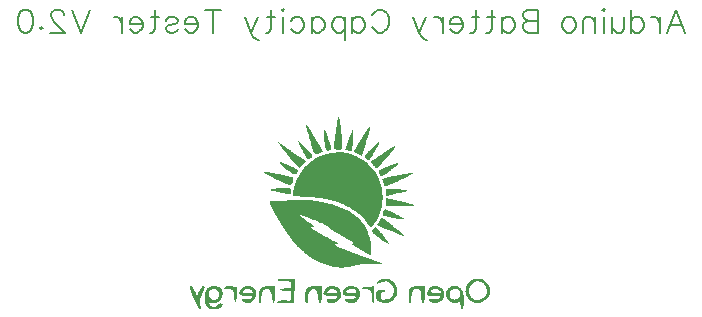
<source format=gbo>
G04 Layer: BottomSilkLayer*
G04 EasyEDA v6.2.46, 2019-11-10T15:39:34+05:30*
G04 8ae749d232974c02949487af05e517e1,699dadb93aee4be8b9b8ad6142c81684,10*
G04 Gerber Generator version 0.2*
G04 Scale: 100 percent, Rotated: No, Reflected: No *
G04 Dimensions in inches *
G04 leading zeros omitted , absolute positions ,2 integer and 4 decimal *
%FSLAX24Y24*%
%MOIN*%
G90*
G70D02*

%ADD11C,0.008000*%

%LPD*%

%LPD*%
G36*
G01X18815Y20523D02*
G01X18812Y20523D01*
G01X18809Y20522D01*
G01X18802Y20515D01*
G01X18799Y20507D01*
G01X18796Y20498D01*
G01X18792Y20487D01*
G01X18789Y20474D01*
G01X18785Y20459D01*
G01X18781Y20440D01*
G01X18777Y20420D01*
G01X18773Y20398D01*
G01X18768Y20372D01*
G01X18764Y20344D01*
G01X18759Y20314D01*
G01X18754Y20281D01*
G01X18749Y20245D01*
G01X18743Y20206D01*
G01X18738Y20165D01*
G01X18732Y20120D01*
G01X18725Y20073D01*
G01X18719Y20022D01*
G01X18711Y19965D01*
G01X18704Y19911D01*
G01X18697Y19861D01*
G01X18691Y19814D01*
G01X18686Y19771D01*
G01X18681Y19730D01*
G01X18676Y19694D01*
G01X18672Y19660D01*
G01X18669Y19629D01*
G01X18666Y19601D01*
G01X18664Y19575D01*
G01X18663Y19553D01*
G01X18662Y19532D01*
G01X18662Y19513D01*
G01X18663Y19497D01*
G01X18664Y19483D01*
G01X18667Y19471D01*
G01X18669Y19460D01*
G01X18673Y19451D01*
G01X18677Y19444D01*
G01X18683Y19438D01*
G01X18689Y19433D01*
G01X18696Y19429D01*
G01X18703Y19426D01*
G01X18712Y19424D01*
G01X18732Y19422D01*
G01X18744Y19421D01*
G01X18769Y19421D01*
G01X18784Y19422D01*
G01X18830Y19422D01*
G01X18856Y19423D01*
G01X18878Y19425D01*
G01X18896Y19428D01*
G01X18910Y19434D01*
G01X18921Y19441D01*
G01X18929Y19451D01*
G01X18935Y19464D01*
G01X18939Y19480D01*
G01X18941Y19500D01*
G01X18942Y19524D01*
G01X18942Y19582D01*
G01X18941Y19600D01*
G01X18940Y19621D01*
G01X18938Y19643D01*
G01X18936Y19667D01*
G01X18934Y19693D01*
G01X18930Y19749D01*
G01X18927Y19779D01*
G01X18921Y19841D01*
G01X18918Y19874D01*
G01X18910Y19940D01*
G01X18907Y19974D01*
G01X18895Y20076D01*
G01X18883Y20175D01*
G01X18879Y20207D01*
G01X18871Y20267D01*
G01X18868Y20296D01*
G01X18864Y20323D01*
G01X18856Y20373D01*
G01X18853Y20395D01*
G01X18850Y20415D01*
G01X18846Y20434D01*
G01X18843Y20450D01*
G01X18840Y20463D01*
G01X18838Y20475D01*
G01X18836Y20483D01*
G01X18832Y20493D01*
G01X18829Y20502D01*
G01X18822Y20516D01*
G01X18819Y20520D01*
G01X18815Y20523D01*
G37*

%LPD*%
G36*
G01X18355Y20084D02*
G01X18351Y20085D01*
G01X18347Y20082D01*
G01X18344Y20075D01*
G01X18342Y20065D01*
G01X18339Y20052D01*
G01X18336Y20036D01*
G01X18334Y20016D01*
G01X18333Y20002D01*
G01X18332Y19986D01*
G01X18331Y19968D01*
G01X18331Y19904D01*
G01X18332Y19880D01*
G01X18332Y19854D01*
G01X18334Y19828D01*
G01X18336Y19774D01*
G01X18338Y19746D01*
G01X18340Y19719D01*
G01X18345Y19664D01*
G01X18353Y19592D01*
G01X18358Y19552D01*
G01X18364Y19516D01*
G01X18371Y19485D01*
G01X18377Y19459D01*
G01X18385Y19436D01*
G01X18394Y19418D01*
G01X18403Y19404D01*
G01X18414Y19394D01*
G01X18425Y19387D01*
G01X18438Y19384D01*
G01X18453Y19384D01*
G01X18469Y19388D01*
G01X18486Y19395D01*
G01X18506Y19405D01*
G01X18527Y19417D01*
G01X18535Y19423D01*
G01X18543Y19430D01*
G01X18549Y19437D01*
G01X18555Y19445D01*
G01X18559Y19454D01*
G01X18561Y19464D01*
G01X18563Y19476D01*
G01X18563Y19490D01*
G01X18561Y19507D01*
G01X18558Y19525D01*
G01X18554Y19546D01*
G01X18548Y19570D01*
G01X18540Y19597D01*
G01X18531Y19627D01*
G01X18520Y19661D01*
G01X18507Y19699D01*
G01X18493Y19741D01*
G01X18476Y19787D01*
G01X18458Y19838D01*
G01X18438Y19893D01*
G01X18423Y19932D01*
G01X18411Y19967D01*
G01X18399Y19996D01*
G01X18389Y20022D01*
G01X18380Y20042D01*
G01X18373Y20059D01*
G01X18366Y20071D01*
G01X18360Y20080D01*
G01X18355Y20084D01*
G37*

%LPD*%
G36*
G01X19302Y20113D02*
G01X19300Y20117D01*
G01X19298Y20116D01*
G01X19294Y20112D01*
G01X19290Y20105D01*
G01X19285Y20094D01*
G01X19278Y20081D01*
G01X19271Y20065D01*
G01X19263Y20046D01*
G01X19254Y20025D01*
G01X19245Y20002D01*
G01X19235Y19976D01*
G01X19224Y19949D01*
G01X19213Y19920D01*
G01X19201Y19890D01*
G01X19189Y19858D01*
G01X19165Y19792D01*
G01X19152Y19757D01*
G01X19032Y19421D01*
G01X19133Y19396D01*
G01X19173Y19388D01*
G01X19209Y19384D01*
G01X19236Y19384D01*
G01X19251Y19389D01*
G01X19253Y19392D01*
G01X19255Y19400D01*
G01X19257Y19411D01*
G01X19260Y19425D01*
G01X19263Y19442D01*
G01X19265Y19461D01*
G01X19268Y19484D01*
G01X19271Y19509D01*
G01X19274Y19536D01*
G01X19277Y19565D01*
G01X19281Y19596D01*
G01X19284Y19629D01*
G01X19287Y19663D01*
G01X19293Y19735D01*
G01X19296Y19773D01*
G01X19298Y19810D01*
G01X19301Y19846D01*
G01X19302Y19880D01*
G01X19304Y19913D01*
G01X19306Y19944D01*
G01X19306Y19973D01*
G01X19307Y20000D01*
G01X19307Y20066D01*
G01X19306Y20083D01*
G01X19305Y20096D01*
G01X19304Y20106D01*
G01X19302Y20113D01*
G37*

%LPD*%
G36*
G01X17748Y20240D02*
G01X17744Y20241D01*
G01X17731Y20236D01*
G01X17724Y20220D01*
G01X17724Y20198D01*
G01X17734Y20163D01*
G01X17738Y20153D01*
G01X17741Y20142D01*
G01X17746Y20128D01*
G01X17751Y20113D01*
G01X17756Y20095D01*
G01X17762Y20076D01*
G01X17768Y20055D01*
G01X17775Y20033D01*
G01X17781Y20010D01*
G01X17789Y19985D01*
G01X17796Y19959D01*
G01X17812Y19905D01*
G01X17828Y19847D01*
G01X17837Y19817D01*
G01X17845Y19787D01*
G01X17854Y19757D01*
G01X17863Y19726D01*
G01X17877Y19675D01*
G01X17889Y19628D01*
G01X17902Y19585D01*
G01X17913Y19545D01*
G01X17924Y19508D01*
G01X17934Y19474D01*
G01X17944Y19443D01*
G01X17953Y19415D01*
G01X17962Y19390D01*
G01X17970Y19368D01*
G01X17978Y19348D01*
G01X17987Y19331D01*
G01X17995Y19316D01*
G01X18003Y19303D01*
G01X18011Y19293D01*
G01X18019Y19284D01*
G01X18028Y19278D01*
G01X18036Y19273D01*
G01X18046Y19269D01*
G01X18056Y19268D01*
G01X18066Y19268D01*
G01X18077Y19269D01*
G01X18088Y19271D01*
G01X18114Y19279D01*
G01X18128Y19284D01*
G01X18143Y19290D01*
G01X18160Y19297D01*
G01X18185Y19308D01*
G01X18209Y19319D01*
G01X18231Y19330D01*
G01X18250Y19340D01*
G01X18265Y19349D01*
G01X18277Y19357D01*
G01X18284Y19364D01*
G01X18287Y19369D01*
G01X18283Y19377D01*
G01X18279Y19386D01*
G01X18274Y19396D01*
G01X18267Y19409D01*
G01X18259Y19425D01*
G01X18249Y19443D01*
G01X18238Y19462D01*
G01X18226Y19484D01*
G01X18213Y19507D01*
G01X18198Y19532D01*
G01X18183Y19559D01*
G01X18167Y19587D01*
G01X18133Y19647D01*
G01X18095Y19711D01*
G01X18076Y19745D01*
G01X18056Y19780D01*
G01X18035Y19814D01*
G01X18014Y19849D01*
G01X17994Y19884D01*
G01X17973Y19917D01*
G01X17953Y19949D01*
G01X17934Y19980D01*
G01X17915Y20010D01*
G01X17897Y20039D01*
G01X17879Y20066D01*
G01X17862Y20092D01*
G01X17846Y20116D01*
G01X17830Y20138D01*
G01X17816Y20159D01*
G01X17802Y20177D01*
G01X17790Y20194D01*
G01X17779Y20208D01*
G01X17769Y20219D01*
G01X17760Y20229D01*
G01X17753Y20236D01*
G01X17748Y20240D01*
G37*

%LPD*%
G36*
G01X19868Y20195D02*
G01X19856Y20200D01*
G01X19852Y20199D01*
G01X19847Y20195D01*
G01X19840Y20188D01*
G01X19832Y20179D01*
G01X19822Y20167D01*
G01X19812Y20153D01*
G01X19800Y20137D01*
G01X19787Y20119D01*
G01X19773Y20100D01*
G01X19743Y20056D01*
G01X19726Y20032D01*
G01X19692Y19980D01*
G01X19673Y19952D01*
G01X19655Y19924D01*
G01X19636Y19895D01*
G01X19618Y19866D01*
G01X19580Y19806D01*
G01X19542Y19745D01*
G01X19524Y19715D01*
G01X19488Y19657D01*
G01X19471Y19628D01*
G01X19454Y19600D01*
G01X19438Y19573D01*
G01X19423Y19547D01*
G01X19408Y19522D01*
G01X19395Y19498D01*
G01X19383Y19476D01*
G01X19372Y19456D01*
G01X19361Y19437D01*
G01X19353Y19420D01*
G01X19345Y19405D01*
G01X19339Y19392D01*
G01X19335Y19381D01*
G01X19333Y19373D01*
G01X19332Y19367D01*
G01X19335Y19359D01*
G01X19342Y19349D01*
G01X19355Y19338D01*
G01X19371Y19327D01*
G01X19390Y19314D01*
G01X19413Y19301D01*
G01X19438Y19289D01*
G01X19464Y19277D01*
G01X19597Y19221D01*
G01X19724Y19639D01*
G01X19735Y19673D01*
G01X19765Y19775D01*
G01X19785Y19839D01*
G01X19803Y19899D01*
G01X19811Y19928D01*
G01X19819Y19955D01*
G01X19827Y19981D01*
G01X19835Y20005D01*
G01X19841Y20028D01*
G01X19847Y20049D01*
G01X19853Y20068D01*
G01X19858Y20085D01*
G01X19862Y20099D01*
G01X19866Y20111D01*
G01X19869Y20121D01*
G01X19871Y20129D01*
G01X19876Y20157D01*
G01X19875Y20179D01*
G01X19868Y20195D01*
G37*

%LPD*%
G36*
G01X17479Y19690D02*
G01X17476Y19690D01*
G01X17475Y19686D01*
G01X17476Y19677D01*
G01X17479Y19665D01*
G01X17484Y19650D01*
G01X17492Y19632D01*
G01X17500Y19611D01*
G01X17511Y19587D01*
G01X17522Y19562D01*
G01X17535Y19535D01*
G01X17549Y19506D01*
G01X17564Y19477D01*
G01X17612Y19384D01*
G01X17629Y19352D01*
G01X17646Y19321D01*
G01X17663Y19291D01*
G01X17679Y19262D01*
G01X17695Y19234D01*
G01X17710Y19208D01*
G01X17725Y19184D01*
G01X17739Y19162D01*
G01X17751Y19142D01*
G01X17763Y19126D01*
G01X17772Y19112D01*
G01X17781Y19102D01*
G01X17787Y19096D01*
G01X17792Y19094D01*
G01X17809Y19098D01*
G01X17835Y19111D01*
G01X17867Y19130D01*
G01X17900Y19153D01*
G01X17913Y19163D01*
G01X17924Y19173D01*
G01X17933Y19182D01*
G01X17939Y19191D01*
G01X17942Y19201D01*
G01X17943Y19212D01*
G01X17940Y19225D01*
G01X17934Y19238D01*
G01X17924Y19255D01*
G01X17910Y19273D01*
G01X17892Y19295D01*
G01X17870Y19319D01*
G01X17844Y19348D01*
G01X17813Y19380D01*
G01X17777Y19417D01*
G01X17736Y19459D01*
G01X17663Y19532D01*
G01X17640Y19554D01*
G01X17618Y19575D01*
G01X17597Y19594D01*
G01X17577Y19613D01*
G01X17559Y19629D01*
G01X17542Y19644D01*
G01X17527Y19657D01*
G01X17513Y19668D01*
G01X17501Y19677D01*
G01X17492Y19684D01*
G01X17484Y19688D01*
G01X17479Y19690D01*
G37*

%LPD*%
G36*
G01X20164Y19666D02*
G01X20157Y19668D01*
G01X20148Y19666D01*
G01X20137Y19662D01*
G01X20124Y19655D01*
G01X20109Y19645D01*
G01X20091Y19632D01*
G01X20071Y19616D01*
G01X20048Y19597D01*
G01X20023Y19575D01*
G01X19996Y19549D01*
G01X19965Y19521D01*
G01X19932Y19489D01*
G01X19832Y19389D01*
G01X19805Y19360D01*
G01X19780Y19334D01*
G01X19759Y19309D01*
G01X19740Y19286D01*
G01X19725Y19265D01*
G01X19712Y19246D01*
G01X19702Y19228D01*
G01X19694Y19212D01*
G01X19690Y19196D01*
G01X19688Y19182D01*
G01X19688Y19169D01*
G01X19691Y19157D01*
G01X19697Y19146D01*
G01X19705Y19135D01*
G01X19715Y19125D01*
G01X19728Y19115D01*
G01X19743Y19105D01*
G01X19760Y19095D01*
G01X19777Y19087D01*
G01X19792Y19081D01*
G01X19806Y19079D01*
G01X19819Y19080D01*
G01X19832Y19084D01*
G01X19845Y19093D01*
G01X19859Y19106D01*
G01X19874Y19124D01*
G01X19890Y19146D01*
G01X19908Y19174D01*
G01X19928Y19208D01*
G01X19951Y19247D01*
G01X19966Y19274D01*
G01X20014Y19358D01*
G01X20030Y19385D01*
G01X20060Y19437D01*
G01X20073Y19461D01*
G01X20086Y19482D01*
G01X20098Y19502D01*
G01X20108Y19519D01*
G01X20117Y19533D01*
G01X20138Y19570D01*
G01X20156Y19603D01*
G01X20168Y19630D01*
G01X20172Y19646D01*
G01X20171Y19655D01*
G01X20168Y19662D01*
G01X20164Y19666D01*
G37*

%LPD*%
G36*
G01X16802Y19665D02*
G01X16798Y19666D01*
G01X16797Y19665D01*
G01X16797Y19662D01*
G01X16800Y19657D01*
G01X16803Y19650D01*
G01X16809Y19642D01*
G01X16816Y19631D01*
G01X16825Y19619D01*
G01X16835Y19605D01*
G01X16846Y19590D01*
G01X16858Y19573D01*
G01X16872Y19556D01*
G01X16886Y19537D01*
G01X16902Y19517D01*
G01X16919Y19496D01*
G01X16936Y19473D01*
G01X16955Y19451D01*
G01X16973Y19427D01*
G01X16993Y19403D01*
G01X17013Y19378D01*
G01X17034Y19353D01*
G01X17055Y19327D01*
G01X17077Y19301D01*
G01X17098Y19275D01*
G01X17120Y19249D01*
G01X17186Y19170D01*
G01X17208Y19144D01*
G01X17230Y19119D01*
G01X17272Y19069D01*
G01X17293Y19045D01*
G01X17333Y18999D01*
G01X17352Y18978D01*
G01X17370Y18957D01*
G01X17388Y18937D01*
G01X17405Y18919D01*
G01X17421Y18901D01*
G01X17435Y18885D01*
G01X17449Y18871D01*
G01X17461Y18857D01*
G01X17483Y18836D01*
G01X17492Y18828D01*
G01X17499Y18822D01*
G01X17504Y18817D01*
G01X17509Y18815D01*
G01X17517Y18815D01*
G01X17528Y18820D01*
G01X17541Y18829D01*
G01X17556Y18842D01*
G01X17573Y18858D01*
G01X17590Y18877D01*
G01X17608Y18899D01*
G01X17626Y18923D01*
G01X17711Y19043D01*
G01X17272Y19354D01*
G01X17241Y19375D01*
G01X17212Y19396D01*
G01X17182Y19417D01*
G01X17154Y19436D01*
G01X17126Y19456D01*
G01X17098Y19475D01*
G01X17071Y19493D01*
G01X17045Y19511D01*
G01X17020Y19528D01*
G01X16996Y19544D01*
G01X16973Y19559D01*
G01X16951Y19574D01*
G01X16930Y19588D01*
G01X16910Y19601D01*
G01X16892Y19612D01*
G01X16875Y19623D01*
G01X16860Y19633D01*
G01X16846Y19641D01*
G01X16834Y19649D01*
G01X16823Y19655D01*
G01X16814Y19660D01*
G01X16807Y19663D01*
G01X16802Y19665D01*
G37*

%LPD*%
G36*
G01X20688Y19543D02*
G01X20678Y19545D01*
G01X20675Y19544D01*
G01X20668Y19541D01*
G01X20660Y19536D01*
G01X20648Y19529D01*
G01X20635Y19521D01*
G01X20618Y19511D01*
G01X20600Y19500D01*
G01X20580Y19488D01*
G01X20559Y19474D01*
G01X20535Y19459D01*
G01X20510Y19443D01*
G01X20484Y19427D01*
G01X20457Y19409D01*
G01X20429Y19391D01*
G01X20371Y19353D01*
G01X20340Y19333D01*
G01X20310Y19313D01*
G01X20249Y19273D01*
G01X20218Y19252D01*
G01X20188Y19232D01*
G01X20159Y19213D01*
G01X20130Y19193D01*
G01X20101Y19174D01*
G01X20074Y19156D01*
G01X20048Y19138D01*
G01X20023Y19121D01*
G01X19999Y19105D01*
G01X19977Y19090D01*
G01X19957Y19076D01*
G01X19939Y19063D01*
G01X19923Y19051D01*
G01X19909Y19041D01*
G01X19897Y19032D01*
G01X19888Y19025D01*
G01X19887Y19018D01*
G01X19893Y19003D01*
G01X19906Y18984D01*
G01X19923Y18961D01*
G01X19944Y18936D01*
G01X19967Y18910D01*
G01X19991Y18884D01*
G01X20015Y18860D01*
G01X20038Y18839D01*
G01X20059Y18822D01*
G01X20075Y18811D01*
G01X20087Y18807D01*
G01X20090Y18808D01*
G01X20095Y18812D01*
G01X20102Y18818D01*
G01X20111Y18826D01*
G01X20122Y18836D01*
G01X20134Y18848D01*
G01X20147Y18863D01*
G01X20162Y18878D01*
G01X20178Y18895D01*
G01X20196Y18914D01*
G01X20214Y18934D01*
G01X20233Y18955D01*
G01X20253Y18977D01*
G01X20274Y19000D01*
G01X20295Y19024D01*
G01X20317Y19048D01*
G01X20339Y19073D01*
G01X20361Y19099D01*
G01X20429Y19177D01*
G01X20452Y19203D01*
G01X20496Y19255D01*
G01X20517Y19280D01*
G01X20538Y19304D01*
G01X20557Y19328D01*
G01X20577Y19351D01*
G01X20595Y19373D01*
G01X20612Y19395D01*
G01X20628Y19415D01*
G01X20643Y19433D01*
G01X20657Y19450D01*
G01X20669Y19466D01*
G01X20679Y19480D01*
G01X20688Y19492D01*
G01X20695Y19502D01*
G01X20701Y19511D01*
G01X20703Y19517D01*
G01X20705Y19520D01*
G01X20702Y19530D01*
G01X20697Y19538D01*
G01X20688Y19543D01*
G37*

%LPD*%
G36*
G01X16888Y19003D02*
G01X16876Y19005D01*
G01X16867Y19004D01*
G01X16861Y19001D01*
G01X16856Y18997D01*
G01X16854Y18991D01*
G01X16852Y18984D01*
G01X16852Y18975D01*
G01X16855Y18968D01*
G01X16861Y18958D01*
G01X16872Y18946D01*
G01X16887Y18930D01*
G01X16906Y18913D01*
G01X16927Y18893D01*
G01X16952Y18872D01*
G01X16979Y18849D01*
G01X17009Y18825D01*
G01X17040Y18800D01*
G01X17073Y18774D01*
G01X17108Y18748D01*
G01X17150Y18717D01*
G01X17187Y18690D01*
G01X17219Y18667D01*
G01X17248Y18646D01*
G01X17274Y18630D01*
G01X17296Y18616D01*
G01X17315Y18606D01*
G01X17332Y18598D01*
G01X17347Y18594D01*
G01X17359Y18592D01*
G01X17370Y18593D01*
G01X17381Y18596D01*
G01X17390Y18601D01*
G01X17407Y18618D01*
G01X17416Y18630D01*
G01X17435Y18660D01*
G01X17449Y18691D01*
G01X17457Y18717D01*
G01X17456Y18737D01*
G01X17452Y18743D01*
G01X17443Y18751D01*
G01X17431Y18760D01*
G01X17414Y18771D01*
G01X17393Y18783D01*
G01X17370Y18796D01*
G01X17343Y18810D01*
G01X17314Y18825D01*
G01X17283Y18840D01*
G01X17250Y18856D01*
G01X17215Y18872D01*
G01X17179Y18888D01*
G01X17126Y18911D01*
G01X17078Y18932D01*
G01X17037Y18949D01*
G01X17001Y18964D01*
G01X16970Y18977D01*
G01X16943Y18987D01*
G01X16921Y18994D01*
G01X16902Y19000D01*
G01X16888Y19003D01*
G37*

%LPD*%
G36*
G01X20777Y18969D02*
G01X20771Y18971D01*
G01X20765Y18970D01*
G01X20756Y18968D01*
G01X20743Y18964D01*
G01X20727Y18959D01*
G01X20708Y18953D01*
G01X20686Y18945D01*
G01X20663Y18937D01*
G01X20637Y18928D01*
G01X20610Y18917D01*
G01X20581Y18907D01*
G01X20551Y18896D01*
G01X20427Y18848D01*
G01X20367Y18824D01*
G01X20339Y18812D01*
G01X20311Y18801D01*
G01X20285Y18790D01*
G01X20252Y18776D01*
G01X20225Y18763D01*
G01X20202Y18752D01*
G01X20185Y18741D01*
G01X20172Y18730D01*
G01X20163Y18719D01*
G01X20157Y18707D01*
G01X20156Y18694D01*
G01X20158Y18680D01*
G01X20163Y18663D01*
G01X20170Y18644D01*
G01X20180Y18621D01*
G01X20200Y18582D01*
G01X20221Y18552D01*
G01X20240Y18533D01*
G01X20254Y18529D01*
G01X20263Y18534D01*
G01X20275Y18541D01*
G01X20290Y18550D01*
G01X20306Y18561D01*
G01X20325Y18573D01*
G01X20346Y18587D01*
G01X20368Y18603D01*
G01X20391Y18620D01*
G01X20441Y18656D01*
G01X20467Y18676D01*
G01X20494Y18696D01*
G01X20520Y18716D01*
G01X20547Y18736D01*
G01X20573Y18757D01*
G01X20599Y18777D01*
G01X20624Y18797D01*
G01X20648Y18816D01*
G01X20671Y18835D01*
G01X20693Y18853D01*
G01X20712Y18869D01*
G01X20730Y18884D01*
G01X20746Y18898D01*
G01X20760Y18911D01*
G01X20771Y18921D01*
G01X20778Y18930D01*
G01X20784Y18936D01*
G01X20785Y18940D01*
G01X20785Y18952D01*
G01X20782Y18962D01*
G01X20777Y18969D01*
G37*

%LPD*%
G36*
G01X16365Y18679D02*
G01X16344Y18679D01*
G01X16336Y18678D01*
G01X16330Y18676D01*
G01X16325Y18674D01*
G01X16322Y18671D01*
G01X16320Y18668D01*
G01X16319Y18664D01*
G01X16321Y18661D01*
G01X16325Y18657D01*
G01X16332Y18651D01*
G01X16342Y18644D01*
G01X16355Y18636D01*
G01X16369Y18627D01*
G01X16386Y18617D01*
G01X16404Y18607D01*
G01X16425Y18595D01*
G01X16447Y18583D01*
G01X16471Y18570D01*
G01X16497Y18557D01*
G01X16523Y18543D01*
G01X16551Y18528D01*
G01X16609Y18498D01*
G01X16671Y18468D01*
G01X16702Y18452D01*
G01X16734Y18436D01*
G01X16765Y18421D01*
G01X16828Y18390D01*
G01X16860Y18376D01*
G01X16890Y18361D01*
G01X16921Y18347D01*
G01X16950Y18333D01*
G01X16978Y18320D01*
G01X17006Y18308D01*
G01X17032Y18296D01*
G01X17057Y18285D01*
G01X17080Y18275D01*
G01X17102Y18266D01*
G01X17122Y18257D01*
G01X17140Y18250D01*
G01X17156Y18244D01*
G01X17170Y18240D01*
G01X17181Y18236D01*
G01X17190Y18234D01*
G01X17197Y18233D01*
G01X17210Y18238D01*
G01X17225Y18251D01*
G01X17239Y18270D01*
G01X17254Y18294D01*
G01X17268Y18323D01*
G01X17280Y18353D01*
G01X17291Y18384D01*
G01X17299Y18414D01*
G01X17305Y18442D01*
G01X17306Y18466D01*
G01X17304Y18485D01*
G01X17297Y18496D01*
G01X17293Y18498D01*
G01X17285Y18501D01*
G01X17274Y18504D01*
G01X17259Y18508D01*
G01X17240Y18512D01*
G01X17218Y18517D01*
G01X17194Y18523D01*
G01X17166Y18529D01*
G01X17136Y18536D01*
G01X17104Y18543D01*
G01X17069Y18551D01*
G01X17033Y18558D01*
G01X16995Y18566D01*
G01X16955Y18575D01*
G01X16914Y18583D01*
G01X16873Y18592D01*
G01X16820Y18602D01*
G01X16770Y18612D01*
G01X16723Y18622D01*
G01X16680Y18630D01*
G01X16639Y18638D01*
G01X16602Y18645D01*
G01X16567Y18652D01*
G01X16535Y18657D01*
G01X16505Y18662D01*
G01X16478Y18667D01*
G01X16454Y18670D01*
G01X16432Y18673D01*
G01X16412Y18676D01*
G01X16394Y18678D01*
G01X16379Y18678D01*
G01X16365Y18679D01*
G37*

%LPD*%
G36*
G01X21252Y18640D02*
G01X21216Y18640D01*
G01X21200Y18638D01*
G01X21181Y18636D01*
G01X21160Y18633D01*
G01X21136Y18630D01*
G01X21110Y18626D01*
G01X21080Y18621D01*
G01X21047Y18616D01*
G01X21011Y18609D01*
G01X20971Y18603D01*
G01X20928Y18595D01*
G01X20881Y18586D01*
G01X20830Y18577D01*
G01X20776Y18567D01*
G01X20716Y18556D01*
G01X20659Y18545D01*
G01X20607Y18535D01*
G01X20559Y18526D01*
G01X20516Y18517D01*
G01X20477Y18509D01*
G01X20442Y18501D01*
G01X20411Y18493D01*
G01X20383Y18486D01*
G01X20359Y18479D01*
G01X20339Y18473D01*
G01X20321Y18466D01*
G01X20295Y18453D01*
G01X20286Y18446D01*
G01X20280Y18440D01*
G01X20275Y18433D01*
G01X20273Y18426D01*
G01X20272Y18418D01*
G01X20274Y18411D01*
G01X20277Y18402D01*
G01X20289Y18371D01*
G01X20302Y18334D01*
G01X20315Y18296D01*
G01X20325Y18263D01*
G01X20339Y18232D01*
G01X20360Y18214D01*
G01X20388Y18208D01*
G01X20423Y18214D01*
G01X20434Y18218D01*
G01X20447Y18223D01*
G01X20462Y18228D01*
G01X20479Y18235D01*
G01X20497Y18243D01*
G01X20539Y18261D01*
G01X20563Y18271D01*
G01X20587Y18282D01*
G01X20612Y18293D01*
G01X20666Y18317D01*
G01X20722Y18343D01*
G01X20752Y18356D01*
G01X20781Y18370D01*
G01X20871Y18412D01*
G01X20930Y18440D01*
G01X20959Y18455D01*
G01X20987Y18468D01*
G01X21015Y18482D01*
G01X21043Y18495D01*
G01X21069Y18508D01*
G01X21094Y18521D01*
G01X21142Y18545D01*
G01X21184Y18567D01*
G01X21202Y18576D01*
G01X21219Y18585D01*
G01X21234Y18594D01*
G01X21247Y18601D01*
G01X21258Y18607D01*
G01X21273Y18617D01*
G01X21277Y18621D01*
G01X21278Y18623D01*
G01X21278Y18627D01*
G01X21277Y18630D01*
G01X21275Y18633D01*
G01X21271Y18636D01*
G01X21266Y18638D01*
G01X21260Y18639D01*
G01X21252Y18640D01*
G37*

%LPD*%
G36*
G01X17103Y18148D02*
G01X17068Y18149D01*
G01X17027Y18148D01*
G01X17006Y18148D01*
G01X16984Y18147D01*
G01X16936Y18145D01*
G01X16886Y18141D01*
G01X16860Y18139D01*
G01X16835Y18137D01*
G01X16784Y18132D01*
G01X16759Y18130D01*
G01X16734Y18127D01*
G01X16688Y18121D01*
G01X16667Y18118D01*
G01X16647Y18115D01*
G01X16463Y18085D01*
G01X16811Y18001D01*
G01X16847Y17992D01*
G01X16882Y17984D01*
G01X16916Y17976D01*
G01X16949Y17969D01*
G01X16981Y17963D01*
G01X17011Y17957D01*
G01X17039Y17951D01*
G01X17066Y17946D01*
G01X17091Y17942D01*
G01X17114Y17938D01*
G01X17134Y17936D01*
G01X17151Y17934D01*
G01X17165Y17932D01*
G01X17185Y17932D01*
G01X17190Y17934D01*
G01X17202Y17948D01*
G01X17212Y17975D01*
G01X17219Y18011D01*
G01X17221Y18051D01*
G01X17221Y18073D01*
G01X17219Y18091D01*
G01X17216Y18106D01*
G01X17210Y18118D01*
G01X17202Y18128D01*
G01X17191Y18135D01*
G01X17176Y18141D01*
G01X17157Y18145D01*
G01X17133Y18147D01*
G01X17103Y18148D01*
G37*

%LPD*%
G36*
G01X20633Y18105D02*
G01X20377Y18110D01*
G01X20377Y17951D01*
G01X20380Y17925D01*
G01X20384Y17905D01*
G01X20390Y17890D01*
G01X20398Y17880D01*
G01X20408Y17874D01*
G01X20420Y17874D01*
G01X20434Y17878D01*
G01X20442Y17880D01*
G01X20452Y17884D01*
G01X20467Y17887D01*
G01X20483Y17892D01*
G01X20503Y17897D01*
G01X20525Y17903D01*
G01X20549Y17909D01*
G01X20575Y17915D01*
G01X20603Y17922D01*
G01X20633Y17929D01*
G01X20664Y17936D01*
G01X20696Y17943D01*
G01X20764Y17959D01*
G01X20798Y17966D01*
G01X20834Y17974D01*
G01X20878Y17984D01*
G01X20919Y17992D01*
G01X20955Y18001D01*
G01X20987Y18008D01*
G01X21039Y18021D01*
G01X21060Y18027D01*
G01X21076Y18032D01*
G01X21090Y18036D01*
G01X21099Y18041D01*
G01X21106Y18044D01*
G01X21109Y18048D01*
G01X21109Y18052D01*
G01X21106Y18055D01*
G01X21101Y18058D01*
G01X21092Y18061D01*
G01X21081Y18064D01*
G01X21067Y18067D01*
G01X21051Y18071D01*
G01X21032Y18074D01*
G01X21017Y18077D01*
G01X20998Y18079D01*
G01X20978Y18082D01*
G01X20957Y18084D01*
G01X20933Y18087D01*
G01X20909Y18089D01*
G01X20883Y18091D01*
G01X20856Y18094D01*
G01X20828Y18096D01*
G01X20801Y18098D01*
G01X20744Y18101D01*
G01X20715Y18102D01*
G01X20687Y18103D01*
G01X20633Y18105D01*
G37*

%LPD*%
G36*
G01X20428Y17796D02*
G01X20411Y17796D01*
G01X20407Y17795D01*
G01X20396Y17779D01*
G01X20386Y17747D01*
G01X20379Y17705D01*
G01X20377Y17657D01*
G01X20377Y17536D01*
G01X20916Y17536D01*
G01X20956Y17537D01*
G01X20994Y17537D01*
G01X21031Y17538D01*
G01X21067Y17539D01*
G01X21101Y17540D01*
G01X21133Y17541D01*
G01X21164Y17542D01*
G01X21193Y17543D01*
G01X21219Y17545D01*
G01X21244Y17546D01*
G01X21266Y17548D01*
G01X21286Y17550D01*
G01X21303Y17552D01*
G01X21318Y17554D01*
G01X21329Y17556D01*
G01X21338Y17558D01*
G01X21344Y17560D01*
G01X21347Y17563D01*
G01X21346Y17565D01*
G01X21342Y17567D01*
G01X21335Y17571D01*
G01X21326Y17575D01*
G01X21314Y17579D01*
G01X21300Y17584D01*
G01X21284Y17590D01*
G01X21265Y17596D01*
G01X21244Y17603D01*
G01X21221Y17609D01*
G01X21197Y17617D01*
G01X21171Y17625D01*
G01X21143Y17632D01*
G01X21113Y17641D01*
G01X21083Y17649D01*
G01X21051Y17658D01*
G01X21018Y17667D01*
G01X20984Y17676D01*
G01X20949Y17684D01*
G01X20914Y17694D01*
G01X20842Y17711D01*
G01X20806Y17720D01*
G01X20738Y17736D01*
G01X20705Y17744D01*
G01X20673Y17751D01*
G01X20642Y17758D01*
G01X20613Y17764D01*
G01X20585Y17770D01*
G01X20558Y17775D01*
G01X20534Y17780D01*
G01X20511Y17784D01*
G01X20490Y17788D01*
G01X20471Y17790D01*
G01X20454Y17793D01*
G01X20440Y17795D01*
G01X20428Y17796D01*
G37*

%LPD*%
G36*
G01X20672Y17295D02*
G01X20356Y17443D01*
G01X20309Y17336D01*
G01X20298Y17312D01*
G01X20290Y17292D01*
G01X20285Y17275D01*
G01X20284Y17260D01*
G01X20286Y17248D01*
G01X20293Y17238D01*
G01X20305Y17228D01*
G01X20322Y17220D01*
G01X20344Y17212D01*
G01X20373Y17204D01*
G01X20409Y17195D01*
G01X20452Y17185D01*
G01X20491Y17176D01*
G01X20529Y17167D01*
G01X20565Y17159D01*
G01X20601Y17152D01*
G01X20636Y17145D01*
G01X20669Y17138D01*
G01X20701Y17132D01*
G01X20732Y17127D01*
G01X20761Y17122D01*
G01X20789Y17117D01*
G01X20815Y17114D01*
G01X20840Y17110D01*
G01X20863Y17107D01*
G01X20884Y17105D01*
G01X20903Y17104D01*
G01X20921Y17103D01*
G01X20937Y17102D01*
G01X20951Y17102D01*
G01X20963Y17103D01*
G01X20972Y17104D01*
G01X20980Y17106D01*
G01X20986Y17109D01*
G01X20989Y17112D01*
G01X20990Y17116D01*
G01X20988Y17120D01*
G01X20983Y17125D01*
G01X20975Y17132D01*
G01X20964Y17140D01*
G01X20951Y17149D01*
G01X20935Y17159D01*
G01X20916Y17170D01*
G01X20896Y17182D01*
G01X20873Y17194D01*
G01X20849Y17207D01*
G01X20795Y17235D01*
G01X20766Y17250D01*
G01X20736Y17265D01*
G01X20672Y17295D01*
G37*

%LPD*%
G36*
G01X18858Y19331D02*
G01X18834Y19331D01*
G01X18810Y19330D01*
G01X18785Y19330D01*
G01X18761Y19329D01*
G01X18737Y19327D01*
G01X18713Y19326D01*
G01X18689Y19323D01*
G01X18664Y19321D01*
G01X18640Y19318D01*
G01X18615Y19315D01*
G01X18543Y19303D01*
G01X18518Y19298D01*
G01X18470Y19288D01*
G01X18422Y19276D01*
G01X18398Y19269D01*
G01X18375Y19263D01*
G01X18351Y19256D01*
G01X18327Y19248D01*
G01X18281Y19232D01*
G01X18257Y19224D01*
G01X18235Y19216D01*
G01X18189Y19198D01*
G01X18123Y19168D01*
G01X18102Y19157D01*
G01X18080Y19147D01*
G01X18038Y19125D01*
G01X18018Y19113D01*
G01X17997Y19101D01*
G01X17957Y19077D01*
G01X17919Y19051D01*
G01X17901Y19038D01*
G01X17882Y19024D01*
G01X17864Y19011D01*
G01X17847Y18996D01*
G01X17829Y18982D01*
G01X17813Y18968D01*
G01X17796Y18953D01*
G01X17780Y18938D01*
G01X17744Y18902D01*
G01X17726Y18883D01*
G01X17709Y18864D01*
G01X17691Y18844D01*
G01X17674Y18825D01*
G01X17657Y18804D01*
G01X17640Y18784D01*
G01X17624Y18763D01*
G01X17608Y18741D01*
G01X17592Y18720D01*
G01X17577Y18698D01*
G01X17547Y18653D01*
G01X17532Y18631D01*
G01X17518Y18608D01*
G01X17504Y18586D01*
G01X17478Y18540D01*
G01X17465Y18516D01*
G01X17441Y18470D01*
G01X17429Y18446D01*
G01X17418Y18423D01*
G01X17408Y18400D01*
G01X17397Y18377D01*
G01X17388Y18353D01*
G01X17378Y18330D01*
G01X17370Y18307D01*
G01X17361Y18284D01*
G01X17354Y18261D01*
G01X17347Y18239D01*
G01X17340Y18216D01*
G01X17328Y18172D01*
G01X17318Y18128D01*
G01X17314Y18107D01*
G01X17308Y18065D01*
G01X17304Y18025D01*
G01X17303Y18005D01*
G01X17303Y17877D01*
G01X17744Y17850D01*
G01X17837Y17844D01*
G01X17897Y17840D01*
G01X17955Y17834D01*
G01X17983Y17832D01*
G01X18067Y17823D01*
G01X18093Y17820D01*
G01X18120Y17817D01*
G01X18172Y17811D01*
G01X18198Y17807D01*
G01X18223Y17803D01*
G01X18248Y17800D01*
G01X18298Y17792D01*
G01X18322Y17788D01*
G01X18346Y17783D01*
G01X18370Y17779D01*
G01X18393Y17774D01*
G01X18417Y17769D01*
G01X18439Y17765D01*
G01X18485Y17755D01*
G01X18507Y17749D01*
G01X18530Y17744D01*
G01X18574Y17732D01*
G01X18596Y17727D01*
G01X18618Y17720D01*
G01X18660Y17708D01*
G01X18682Y17701D01*
G01X18703Y17694D01*
G01X18746Y17680D01*
G01X18788Y17665D01*
G01X18809Y17658D01*
G01X18872Y17634D01*
G01X18893Y17625D01*
G01X18913Y17617D01*
G01X18976Y17590D01*
G01X19019Y17571D01*
G01X19061Y17551D01*
G01X19082Y17540D01*
G01X19106Y17529D01*
G01X19130Y17517D01*
G01X19154Y17504D01*
G01X19223Y17465D01*
G01X19247Y17451D01*
G01X19269Y17437D01*
G01X19292Y17423D01*
G01X19314Y17408D01*
G01X19336Y17394D01*
G01X19359Y17378D01*
G01X19380Y17363D01*
G01X19402Y17348D01*
G01X19444Y17316D01*
G01X19464Y17300D01*
G01X19485Y17283D01*
G01X19505Y17267D01*
G01X19543Y17233D01*
G01X19563Y17216D01*
G01X19617Y17165D01*
G01X19652Y17130D01*
G01X19684Y17094D01*
G01X19700Y17077D01*
G01X19730Y17041D01*
G01X19744Y17023D01*
G01X19757Y17006D01*
G01X19771Y16988D01*
G01X19795Y16952D01*
G01X19806Y16934D01*
G01X19818Y16917D01*
G01X19828Y16899D01*
G01X19837Y16885D01*
G01X19846Y16873D01*
G01X19855Y16863D01*
G01X19865Y16857D01*
G01X19875Y16852D01*
G01X19886Y16850D01*
G01X19897Y16851D01*
G01X19908Y16855D01*
G01X19920Y16861D01*
G01X19932Y16870D01*
G01X19946Y16881D01*
G01X19960Y16896D01*
G01X19975Y16913D01*
G01X19990Y16934D01*
G01X20006Y16957D01*
G01X20023Y16984D01*
G01X20042Y17013D01*
G01X20061Y17045D01*
G01X20081Y17081D01*
G01X20102Y17119D01*
G01X20114Y17141D01*
G01X20125Y17162D01*
G01X20135Y17184D01*
G01X20146Y17205D01*
G01X20155Y17227D01*
G01X20165Y17249D01*
G01X20174Y17271D01*
G01X20182Y17294D01*
G01X20191Y17316D01*
G01X20198Y17338D01*
G01X20206Y17361D01*
G01X20220Y17407D01*
G01X20238Y17476D01*
G01X20243Y17499D01*
G01X20248Y17523D01*
G01X20253Y17546D01*
G01X20257Y17569D01*
G01X20261Y17593D01*
G01X20264Y17616D01*
G01X20270Y17664D01*
G01X20272Y17687D01*
G01X20276Y17735D01*
G01X20277Y17759D01*
G01X20278Y17782D01*
G01X20278Y17878D01*
G01X20277Y17902D01*
G01X20275Y17926D01*
G01X20274Y17949D01*
G01X20272Y17973D01*
G01X20269Y17997D01*
G01X20267Y18020D01*
G01X20264Y18044D01*
G01X20260Y18068D01*
G01X20256Y18091D01*
G01X20252Y18115D01*
G01X20248Y18138D01*
G01X20243Y18161D01*
G01X20238Y18185D01*
G01X20220Y18254D01*
G01X20199Y18323D01*
G01X20192Y18345D01*
G01X20184Y18368D01*
G01X20175Y18390D01*
G01X20167Y18413D01*
G01X20157Y18435D01*
G01X20148Y18457D01*
G01X20139Y18478D01*
G01X20128Y18500D01*
G01X20118Y18522D01*
G01X20085Y18585D01*
G01X20049Y18648D01*
G01X20010Y18708D01*
G01X19996Y18727D01*
G01X19982Y18747D01*
G01X19968Y18766D01*
G01X19938Y18804D01*
G01X19922Y18823D01*
G01X19907Y18841D01*
G01X19875Y18877D01*
G01X19830Y18922D01*
G01X19798Y18950D01*
G01X19781Y18964D01*
G01X19763Y18978D01*
G01X19745Y18993D01*
G01X19726Y19007D01*
G01X19666Y19049D01*
G01X19645Y19063D01*
G01X19623Y19077D01*
G01X19602Y19090D01*
G01X19579Y19104D01*
G01X19557Y19117D01*
G01X19534Y19130D01*
G01X19511Y19142D01*
G01X19488Y19155D01*
G01X19442Y19179D01*
G01X19418Y19191D01*
G01X19372Y19213D01*
G01X19326Y19233D01*
G01X19303Y19242D01*
G01X19280Y19252D01*
G01X19214Y19276D01*
G01X19193Y19282D01*
G01X19172Y19289D01*
G01X19152Y19294D01*
G01X19131Y19299D01*
G01X19112Y19304D01*
G01X19090Y19308D01*
G01X19067Y19312D01*
G01X19045Y19316D01*
G01X18976Y19325D01*
G01X18952Y19327D01*
G01X18929Y19328D01*
G01X18905Y19330D01*
G01X18881Y19330D01*
G01X18858Y19331D01*
G37*

%LPD*%
G36*
G01X20257Y17163D02*
G01X20254Y17164D01*
G01X20246Y17160D01*
G01X20233Y17147D01*
G01X20217Y17126D01*
G01X20200Y17101D01*
G01X20180Y17071D01*
G01X20161Y17039D01*
G01X20143Y17007D01*
G01X20126Y16977D01*
G01X20112Y16949D01*
G01X20102Y16927D01*
G01X20098Y16910D01*
G01X20099Y16903D01*
G01X20106Y16898D01*
G01X20115Y16893D01*
G01X20141Y16880D01*
G01X20158Y16872D01*
G01X20177Y16863D01*
G01X20198Y16853D01*
G01X20220Y16843D01*
G01X20245Y16832D01*
G01X20271Y16821D01*
G01X20298Y16809D01*
G01X20327Y16797D01*
G01X20357Y16784D01*
G01X20419Y16758D01*
G01X20451Y16744D01*
G01X20484Y16731D01*
G01X20551Y16704D01*
G01X20584Y16690D01*
G01X20651Y16663D01*
G01X20715Y16637D01*
G01X20747Y16625D01*
G01X20778Y16613D01*
G01X20807Y16601D01*
G01X20836Y16590D01*
G01X20864Y16580D01*
G01X20889Y16569D01*
G01X20914Y16561D01*
G01X20936Y16552D01*
G01X20957Y16545D01*
G01X20976Y16538D01*
G01X20993Y16532D01*
G01X21007Y16528D01*
G01X21019Y16524D01*
G01X21028Y16522D01*
G01X21035Y16521D01*
G01X21038Y16521D01*
G01X21040Y16523D01*
G01X21039Y16527D01*
G01X21035Y16533D01*
G01X21029Y16540D01*
G01X21021Y16550D01*
G01X20982Y16589D01*
G01X20965Y16605D01*
G01X20947Y16621D01*
G01X20926Y16640D01*
G01X20904Y16659D01*
G01X20880Y16680D01*
G01X20854Y16702D01*
G01X20827Y16724D01*
G01X20799Y16747D01*
G01X20769Y16771D01*
G01X20739Y16796D01*
G01X20707Y16821D01*
G01X20675Y16847D01*
G01X20642Y16873D01*
G01X20610Y16898D01*
G01X20578Y16922D01*
G01X20547Y16946D01*
G01X20518Y16969D01*
G01X20489Y16991D01*
G01X20461Y17013D01*
G01X20435Y17033D01*
G01X20410Y17052D01*
G01X20386Y17069D01*
G01X20364Y17086D01*
G01X20343Y17102D01*
G01X20325Y17115D01*
G01X20308Y17128D01*
G01X20293Y17138D01*
G01X20281Y17147D01*
G01X20271Y17154D01*
G01X20263Y17159D01*
G01X20257Y17163D01*
G37*

%LPD*%
G36*
G01X20054Y16838D02*
G01X20050Y16840D01*
G01X20032Y16836D01*
G01X20012Y16824D01*
G01X19992Y16807D01*
G01X19972Y16786D01*
G01X19954Y16762D01*
G01X19939Y16738D01*
G01X19930Y16714D01*
G01X19926Y16693D01*
G01X19927Y16687D01*
G01X19932Y16680D01*
G01X19939Y16670D01*
G01X19949Y16659D01*
G01X19961Y16647D01*
G01X19976Y16634D01*
G01X19992Y16619D01*
G01X20010Y16603D01*
G01X20030Y16586D01*
G01X20051Y16569D01*
G01X20073Y16552D01*
G01X20097Y16533D01*
G01X20121Y16515D01*
G01X20146Y16496D01*
G01X20172Y16477D01*
G01X20223Y16440D01*
G01X20275Y16404D01*
G01X20300Y16387D01*
G01X20324Y16371D01*
G01X20347Y16356D01*
G01X20369Y16342D01*
G01X20391Y16329D01*
G01X20410Y16317D01*
G01X20428Y16307D01*
G01X20445Y16299D01*
G01X20459Y16292D01*
G01X20471Y16287D01*
G01X20481Y16284D01*
G01X20488Y16284D01*
G01X20492Y16285D01*
G01X20493Y16289D01*
G01X20491Y16294D01*
G01X20488Y16303D01*
G01X20482Y16314D01*
G01X20474Y16327D01*
G01X20465Y16342D01*
G01X20454Y16359D01*
G01X20441Y16377D01*
G01X20427Y16398D01*
G01X20411Y16419D01*
G01X20394Y16442D01*
G01X20376Y16466D01*
G01X20357Y16492D01*
G01X20315Y16544D01*
G01X20293Y16572D01*
G01X20249Y16626D01*
G01X20227Y16651D01*
G01X20206Y16676D01*
G01X20186Y16699D01*
G01X20167Y16721D01*
G01X20149Y16742D01*
G01X20132Y16761D01*
G01X20116Y16778D01*
G01X20102Y16794D01*
G01X20077Y16819D01*
G01X20067Y16828D01*
G01X20060Y16834D01*
G01X20054Y16838D01*
G37*

%LPD*%
G36*
G01X17737Y17730D02*
G01X17447Y17730D01*
G01X17412Y17729D01*
G01X17377Y17729D01*
G01X17343Y17728D01*
G01X17307Y17728D01*
G01X17238Y17727D01*
G01X17168Y17725D01*
G01X17134Y17725D01*
G01X17032Y17722D01*
G01X16936Y17719D01*
G01X16905Y17717D01*
G01X16875Y17717D01*
G01X16846Y17715D01*
G01X16790Y17713D01*
G01X16764Y17711D01*
G01X16739Y17710D01*
G01X16715Y17709D01*
G01X16692Y17707D01*
G01X16671Y17706D01*
G01X16650Y17704D01*
G01X16632Y17703D01*
G01X16614Y17701D01*
G01X16599Y17700D01*
G01X16585Y17698D01*
G01X16573Y17696D01*
G01X16562Y17695D01*
G01X16553Y17693D01*
G01X16547Y17691D01*
G01X16542Y17690D01*
G01X16539Y17688D01*
G01X16536Y17684D01*
G01X16534Y17679D01*
G01X16533Y17673D01*
G01X16533Y17659D01*
G01X16534Y17650D01*
G01X16536Y17639D01*
G01X16539Y17628D01*
G01X16542Y17616D01*
G01X16552Y17588D01*
G01X16557Y17572D01*
G01X16564Y17555D01*
G01X16572Y17538D01*
G01X16580Y17519D01*
G01X16589Y17498D01*
G01X16599Y17478D01*
G01X16610Y17455D01*
G01X16622Y17432D01*
G01X16634Y17407D01*
G01X16647Y17382D01*
G01X16661Y17355D01*
G01X16676Y17327D01*
G01X16692Y17298D01*
G01X16708Y17268D01*
G01X16725Y17236D01*
G01X16743Y17204D01*
G01X16763Y17170D01*
G01X16782Y17136D01*
G01X16803Y17100D01*
G01X16825Y17063D01*
G01X16847Y17024D01*
G01X16858Y17005D01*
G01X16884Y16963D01*
G01X16898Y16941D01*
G01X16912Y16918D01*
G01X16927Y16894D01*
G01X16943Y16870D01*
G01X16960Y16846D01*
G01X16976Y16821D01*
G01X16994Y16795D01*
G01X17011Y16769D01*
G01X17029Y16743D01*
G01X17047Y16716D01*
G01X17066Y16690D01*
G01X17104Y16636D01*
G01X17142Y16583D01*
G01X17161Y16557D01*
G01X17180Y16530D01*
G01X17199Y16505D01*
G01X17218Y16479D01*
G01X17236Y16454D01*
G01X17255Y16430D01*
G01X17273Y16405D01*
G01X17291Y16382D01*
G01X17308Y16359D01*
G01X17325Y16338D01*
G01X17342Y16316D01*
G01X17358Y16296D01*
G01X17373Y16277D01*
G01X17388Y16259D01*
G01X17402Y16242D01*
G01X17415Y16226D01*
G01X17428Y16211D01*
G01X17440Y16197D01*
G01X17451Y16185D01*
G01X17461Y16174D01*
G01X17478Y16157D01*
G01X17485Y16151D01*
G01X17491Y16146D01*
G01X17496Y16144D01*
G01X17500Y16142D01*
G01X17505Y16141D01*
G01X17513Y16137D01*
G01X17524Y16130D01*
G01X17537Y16121D01*
G01X17552Y16109D01*
G01X17569Y16096D01*
G01X17587Y16080D01*
G01X17607Y16063D01*
G01X17627Y16045D01*
G01X17649Y16026D01*
G01X17672Y16005D01*
G01X17694Y15984D01*
G01X17726Y15954D01*
G01X17743Y15940D01*
G01X17760Y15925D01*
G01X17777Y15911D01*
G01X17796Y15896D01*
G01X17814Y15882D01*
G01X17832Y15869D01*
G01X17852Y15855D01*
G01X17891Y15828D01*
G01X17931Y15802D01*
G01X17973Y15776D01*
G01X17994Y15764D01*
G01X18016Y15751D01*
G01X18038Y15740D01*
G01X18082Y15716D01*
G01X18104Y15705D01*
G01X18127Y15693D01*
G01X18172Y15672D01*
G01X18219Y15651D01*
G01X18265Y15631D01*
G01X18313Y15613D01*
G01X18336Y15604D01*
G01X18360Y15595D01*
G01X18432Y15571D01*
G01X18480Y15557D01*
G01X18503Y15550D01*
G01X18527Y15543D01*
G01X18575Y15531D01*
G01X18598Y15526D01*
G01X18622Y15521D01*
G01X18668Y15511D01*
G01X18714Y15503D01*
G01X18760Y15497D01*
G01X18782Y15495D01*
G01X18805Y15492D01*
G01X18827Y15490D01*
G01X18849Y15489D01*
G01X18870Y15488D01*
G01X18892Y15488D01*
G01X18913Y15487D01*
G01X18935Y15488D01*
G01X18958Y15489D01*
G01X18983Y15490D01*
G01X19009Y15492D01*
G01X19036Y15495D01*
G01X19064Y15498D01*
G01X19093Y15502D01*
G01X19122Y15507D01*
G01X19151Y15511D01*
G01X19180Y15516D01*
G01X19264Y15534D01*
G01X19291Y15540D01*
G01X19316Y15546D01*
G01X19340Y15553D01*
G01X19360Y15559D01*
G01X19400Y15569D01*
G01X19420Y15573D01*
G01X19441Y15578D01*
G01X19462Y15582D01*
G01X19483Y15585D01*
G01X19505Y15588D01*
G01X19527Y15592D01*
G01X19549Y15594D01*
G01X19571Y15597D01*
G01X19594Y15599D01*
G01X19618Y15601D01*
G01X19666Y15603D01*
G01X19691Y15604D01*
G01X19717Y15605D01*
G01X19823Y15605D01*
G01X19910Y15602D01*
G01X19949Y15600D01*
G01X19986Y15598D01*
G01X20021Y15598D01*
G01X20053Y15597D01*
G01X20111Y15597D01*
G01X20137Y15598D01*
G01X20160Y15599D01*
G01X20181Y15601D01*
G01X20199Y15603D01*
G01X20215Y15605D01*
G01X20228Y15607D01*
G01X20239Y15611D01*
G01X20247Y15614D01*
G01X20253Y15617D01*
G01X20256Y15621D01*
G01X20257Y15626D01*
G01X20254Y15630D01*
G01X20249Y15635D01*
G01X20242Y15640D01*
G01X20231Y15646D01*
G01X20218Y15652D01*
G01X20201Y15658D01*
G01X20153Y15674D01*
G01X20143Y15678D01*
G01X20119Y15686D01*
G01X20091Y15696D01*
G01X20075Y15702D01*
G01X20041Y15714D01*
G01X20003Y15728D01*
G01X19982Y15736D01*
G01X19961Y15743D01*
G01X19917Y15759D01*
G01X19845Y15786D01*
G01X19819Y15795D01*
G01X19793Y15805D01*
G01X19767Y15814D01*
G01X19740Y15824D01*
G01X19684Y15844D01*
G01X19656Y15855D01*
G01X19627Y15866D01*
G01X19598Y15876D01*
G01X19508Y15909D01*
G01X19478Y15921D01*
G01X19447Y15932D01*
G01X19385Y15955D01*
G01X19354Y15967D01*
G01X19323Y15978D01*
G01X19230Y16013D01*
G01X19199Y16025D01*
G01X19168Y16036D01*
G01X19137Y16048D01*
G01X19106Y16059D01*
G01X19075Y16071D01*
G01X19045Y16082D01*
G01X19010Y16095D01*
G01X18978Y16108D01*
G01X18947Y16120D01*
G01X18917Y16132D01*
G01X18889Y16144D01*
G01X18863Y16155D01*
G01X18838Y16166D01*
G01X18816Y16176D01*
G01X18795Y16186D01*
G01X18776Y16196D01*
G01X18759Y16205D01*
G01X18744Y16213D01*
G01X18731Y16221D01*
G01X18720Y16229D01*
G01X18711Y16236D01*
G01X18704Y16242D01*
G01X18699Y16247D01*
G01X18697Y16252D01*
G01X18696Y16256D01*
G01X18698Y16260D01*
G01X18702Y16262D01*
G01X18709Y16264D01*
G01X18718Y16265D01*
G01X18729Y16266D01*
G01X18749Y16267D01*
G01X18763Y16271D01*
G01X18773Y16276D01*
G01X18777Y16284D01*
G01X18778Y16293D01*
G01X18774Y16303D01*
G01X18765Y16315D01*
G01X18753Y16327D01*
G01X18737Y16340D01*
G01X18717Y16352D01*
G01X18693Y16365D01*
G01X18666Y16377D01*
G01X18653Y16383D01*
G01X18639Y16389D01*
G01X18605Y16406D01*
G01X18586Y16415D01*
G01X18565Y16426D01*
G01X18543Y16438D01*
G01X18519Y16450D01*
G01X18495Y16463D01*
G01X18470Y16476D01*
G01X18444Y16490D01*
G01X18417Y16505D01*
G01X18390Y16519D01*
G01X18362Y16535D01*
G01X18335Y16550D01*
G01X18306Y16566D01*
G01X18250Y16598D01*
G01X18222Y16613D01*
G01X18195Y16629D01*
G01X18168Y16644D01*
G01X18142Y16660D01*
G01X18116Y16675D01*
G01X18091Y16690D01*
G01X18068Y16703D01*
G01X18045Y16717D01*
G01X18023Y16730D01*
G01X18003Y16743D01*
G01X17985Y16754D01*
G01X17968Y16765D01*
G01X17953Y16775D01*
G01X17939Y16784D01*
G01X17915Y16801D01*
G01X17898Y16814D01*
G01X17887Y16824D01*
G01X17883Y16831D01*
G01X17886Y16836D01*
G01X17894Y16838D01*
G01X17910Y16840D01*
G01X17946Y16840D01*
G01X17959Y16842D01*
G01X17968Y16844D01*
G01X17976Y16847D01*
G01X17981Y16852D01*
G01X17983Y16857D01*
G01X17983Y16864D01*
G01X17980Y16872D01*
G01X17974Y16881D01*
G01X17966Y16891D01*
G01X17955Y16903D01*
G01X17942Y16915D01*
G01X17925Y16930D01*
G01X17906Y16945D01*
G01X17884Y16962D01*
G01X17859Y16980D01*
G01X17831Y17000D01*
G01X17800Y17022D01*
G01X17767Y17045D01*
G01X17730Y17069D01*
G01X17700Y17090D01*
G01X17671Y17109D01*
G01X17644Y17129D01*
G01X17619Y17147D01*
G01X17596Y17164D01*
G01X17576Y17180D01*
G01X17558Y17194D01*
G01X17544Y17207D01*
G01X17532Y17217D01*
G01X17525Y17226D01*
G01X17521Y17232D01*
G01X17521Y17236D01*
G01X17525Y17237D01*
G01X17532Y17238D01*
G01X17541Y17237D01*
G01X17553Y17235D01*
G01X17567Y17232D01*
G01X17583Y17228D01*
G01X17602Y17223D01*
G01X17622Y17217D01*
G01X17644Y17209D01*
G01X17668Y17201D01*
G01X17693Y17192D01*
G01X17720Y17183D01*
G01X17748Y17173D01*
G01X17777Y17162D01*
G01X17807Y17151D01*
G01X17838Y17139D01*
G01X17902Y17113D01*
G01X17968Y17087D01*
G01X18001Y17073D01*
G01X18035Y17059D01*
G01X18101Y17031D01*
G01X18197Y16989D01*
G01X18228Y16975D01*
G01X18258Y16961D01*
G01X18314Y16935D01*
G01X18341Y16923D01*
G01X18366Y16911D01*
G01X18389Y16899D01*
G01X18411Y16888D01*
G01X18431Y16877D01*
G01X18448Y16867D01*
G01X18464Y16858D01*
G01X18478Y16850D01*
G01X18489Y16842D01*
G01X18498Y16836D01*
G01X18504Y16830D01*
G01X18507Y16825D01*
G01X18507Y16817D01*
G01X18510Y16811D01*
G01X18515Y16804D01*
G01X18533Y16786D01*
G01X18546Y16776D01*
G01X18561Y16764D01*
G01X18578Y16752D01*
G01X18597Y16738D01*
G01X18618Y16724D01*
G01X18641Y16709D01*
G01X18666Y16694D01*
G01X18693Y16678D01*
G01X18721Y16661D01*
G01X18751Y16644D01*
G01X18782Y16626D01*
G01X18814Y16608D01*
G01X18848Y16590D01*
G01X18883Y16571D01*
G01X18919Y16552D01*
G01X18961Y16531D01*
G01X19000Y16510D01*
G01X19037Y16490D01*
G01X19072Y16471D01*
G01X19104Y16453D01*
G01X19134Y16436D01*
G01X19161Y16420D01*
G01X19186Y16405D01*
G01X19209Y16390D01*
G01X19229Y16377D01*
G01X19247Y16365D01*
G01X19262Y16353D01*
G01X19275Y16342D01*
G01X19286Y16333D01*
G01X19294Y16324D01*
G01X19300Y16317D01*
G01X19303Y16310D01*
G01X19304Y16304D01*
G01X19303Y16299D01*
G01X19299Y16295D01*
G01X19277Y16277D01*
G01X19270Y16263D01*
G01X19278Y16251D01*
G01X19300Y16239D01*
G01X19313Y16234D01*
G01X19330Y16225D01*
G01X19351Y16213D01*
G01X19375Y16199D01*
G01X19401Y16183D01*
G01X19429Y16166D01*
G01X19457Y16148D01*
G01X19486Y16130D01*
G01X19506Y16117D01*
G01X19527Y16103D01*
G01X19549Y16089D01*
G01X19573Y16075D01*
G01X19645Y16030D01*
G01X19669Y16016D01*
G01X19692Y16002D01*
G01X19714Y15989D01*
G01X19735Y15977D01*
G01X19754Y15967D01*
G01X19774Y15955D01*
G01X19793Y15944D01*
G01X19809Y15935D01*
G01X19823Y15927D01*
G01X19836Y15921D01*
G01X19847Y15917D01*
G01X19856Y15915D01*
G01X19864Y15915D01*
G01X19871Y15917D01*
G01X19876Y15923D01*
G01X19881Y15931D01*
G01X19885Y15942D01*
G01X19888Y15956D01*
G01X19890Y15974D01*
G01X19892Y15996D01*
G01X19894Y16021D01*
G01X19896Y16050D01*
G01X19897Y16084D01*
G01X19899Y16121D01*
G01X19902Y16163D01*
G01X19902Y16179D01*
G01X19901Y16197D01*
G01X19900Y16216D01*
G01X19898Y16237D01*
G01X19895Y16259D01*
G01X19892Y16282D01*
G01X19882Y16332D01*
G01X19877Y16359D01*
G01X19865Y16413D01*
G01X19858Y16441D01*
G01X19850Y16469D01*
G01X19843Y16498D01*
G01X19834Y16526D01*
G01X19826Y16554D01*
G01X19808Y16610D01*
G01X19798Y16638D01*
G01X19780Y16690D01*
G01X19770Y16715D01*
G01X19760Y16739D01*
G01X19750Y16762D01*
G01X19740Y16784D01*
G01X19731Y16804D01*
G01X19721Y16823D01*
G01X19701Y16857D01*
G01X19690Y16874D01*
G01X19680Y16890D01*
G01X19669Y16907D01*
G01X19657Y16923D01*
G01X19646Y16940D01*
G01X19635Y16956D01*
G01X19623Y16971D01*
G01X19599Y17003D01*
G01X19573Y17033D01*
G01X19561Y17048D01*
G01X19547Y17063D01*
G01X19534Y17077D01*
G01X19521Y17092D01*
G01X19506Y17106D01*
G01X19493Y17120D01*
G01X19478Y17134D01*
G01X19464Y17148D01*
G01X19449Y17161D01*
G01X19418Y17188D01*
G01X19387Y17214D01*
G01X19371Y17227D01*
G01X19354Y17240D01*
G01X19338Y17252D01*
G01X19321Y17264D01*
G01X19303Y17277D01*
G01X19286Y17288D01*
G01X19268Y17300D01*
G01X19232Y17323D01*
G01X19213Y17335D01*
G01X19156Y17368D01*
G01X19136Y17379D01*
G01X19115Y17390D01*
G01X19095Y17400D01*
G01X19075Y17411D01*
G01X19053Y17421D01*
G01X19032Y17431D01*
G01X19010Y17441D01*
G01X18989Y17451D01*
G01X18967Y17461D01*
G01X18944Y17470D01*
G01X18921Y17480D01*
G01X18898Y17489D01*
G01X18874Y17498D01*
G01X18851Y17507D01*
G01X18826Y17516D01*
G01X18802Y17525D01*
G01X18752Y17542D01*
G01X18726Y17551D01*
G01X18701Y17559D01*
G01X18674Y17568D01*
G01X18648Y17576D01*
G01X18594Y17592D01*
G01X18566Y17600D01*
G01X18538Y17607D01*
G01X18510Y17615D01*
G01X18481Y17622D01*
G01X18452Y17630D01*
G01X18423Y17637D01*
G01X18363Y17651D01*
G01X18332Y17658D01*
G01X18302Y17665D01*
G01X18270Y17671D01*
G01X18239Y17678D01*
G01X18207Y17685D01*
G01X18174Y17691D01*
G01X18142Y17698D01*
G01X18108Y17704D01*
G01X18075Y17710D01*
G01X18041Y17716D01*
G01X18031Y17717D01*
G01X18020Y17719D01*
G01X17992Y17721D01*
G01X17975Y17723D01*
G01X17957Y17724D01*
G01X17938Y17725D01*
G01X17917Y17726D01*
G01X17895Y17726D01*
G01X17847Y17728D01*
G01X17821Y17728D01*
G01X17794Y17729D01*
G01X17766Y17729D01*
G01X17737Y17730D01*
G37*

%LPD*%
G36*
G01X15174Y14865D02*
G01X15112Y14865D01*
G01X15087Y14864D01*
G01X15067Y14861D01*
G01X15049Y14858D01*
G01X15036Y14853D01*
G01X15025Y14847D01*
G01X15017Y14840D01*
G01X15012Y14830D01*
G01X15009Y14820D01*
G01X15008Y14808D01*
G01X15013Y14781D01*
G01X15027Y14765D01*
G01X15052Y14762D01*
G01X15088Y14769D01*
G01X15111Y14776D01*
G01X15132Y14780D01*
G01X15153Y14782D01*
G01X15173Y14782D01*
G01X15192Y14780D01*
G01X15209Y14776D01*
G01X15226Y14769D01*
G01X15242Y14761D01*
G01X15256Y14751D01*
G01X15269Y14740D01*
G01X15282Y14726D01*
G01X15293Y14710D01*
G01X15303Y14693D01*
G01X15311Y14674D01*
G01X15319Y14653D01*
G01X15325Y14630D01*
G01X15330Y14606D01*
G01X15333Y14580D01*
G01X15335Y14552D01*
G01X15336Y14523D01*
G01X15336Y14486D01*
G01X15339Y14452D01*
G01X15342Y14421D01*
G01X15347Y14394D01*
G01X15352Y14371D01*
G01X15359Y14354D01*
G01X15365Y14344D01*
G01X15373Y14340D01*
G01X15378Y14343D01*
G01X15384Y14351D01*
G01X15389Y14365D01*
G01X15394Y14383D01*
G01X15399Y14405D01*
G01X15405Y14430D01*
G01X15410Y14458D01*
G01X15414Y14488D01*
G01X15418Y14520D01*
G01X15422Y14553D01*
G01X15426Y14587D01*
G01X15429Y14621D01*
G01X15431Y14654D01*
G01X15433Y14686D01*
G01X15435Y14716D01*
G01X15435Y14769D01*
G01X15433Y14792D01*
G01X15431Y14809D01*
G01X15427Y14823D01*
G01X15421Y14830D01*
G01X15407Y14836D01*
G01X15386Y14842D01*
G01X15360Y14848D01*
G01X15328Y14853D01*
G01X15293Y14858D01*
G01X15254Y14861D01*
G01X15213Y14864D01*
G01X15174Y14865D01*
G37*

%LPD*%
G36*
G01X15819Y14876D02*
G01X15797Y14877D01*
G01X15775Y14876D01*
G01X15752Y14874D01*
G01X15731Y14871D01*
G01X15709Y14867D01*
G01X15688Y14861D01*
G01X15668Y14854D01*
G01X15649Y14846D01*
G01X15613Y14826D01*
G01X15597Y14814D01*
G01X15582Y14801D01*
G01X15569Y14786D01*
G01X15558Y14770D01*
G01X15543Y14747D01*
G01X15531Y14725D01*
G01X15521Y14704D01*
G01X15514Y14685D01*
G01X15509Y14667D01*
G01X15506Y14651D01*
G01X15507Y14635D01*
G01X15509Y14621D01*
G01X15515Y14609D01*
G01X15522Y14597D01*
G01X15533Y14587D01*
G01X15546Y14578D01*
G01X15562Y14570D01*
G01X15580Y14563D01*
G01X15601Y14557D01*
G01X15625Y14553D01*
G01X15652Y14549D01*
G01X15681Y14547D01*
G01X15713Y14545D01*
G01X15748Y14545D01*
G01X15800Y14544D01*
G01X15843Y14542D01*
G01X15878Y14538D01*
G01X15905Y14533D01*
G01X15924Y14526D01*
G01X15936Y14517D01*
G01X15941Y14506D01*
G01X15939Y14494D01*
G01X15932Y14482D01*
G01X15920Y14473D01*
G01X15902Y14465D01*
G01X15880Y14458D01*
G01X15853Y14453D01*
G01X15822Y14450D01*
G01X15787Y14449D01*
G01X15749Y14450D01*
G01X15721Y14451D01*
G01X15696Y14451D01*
G01X15673Y14449D01*
G01X15653Y14446D01*
G01X15636Y14443D01*
G01X15622Y14438D01*
G01X15610Y14433D01*
G01X15601Y14427D01*
G01X15595Y14421D01*
G01X15592Y14413D01*
G01X15592Y14405D01*
G01X15594Y14397D01*
G01X15600Y14388D01*
G01X15608Y14380D01*
G01X15619Y14370D01*
G01X15633Y14361D01*
G01X15650Y14351D01*
G01X15670Y14341D01*
G01X15693Y14331D01*
G01X15718Y14321D01*
G01X15739Y14315D01*
G01X15758Y14311D01*
G01X15778Y14309D01*
G01X15798Y14309D01*
G01X15817Y14310D01*
G01X15836Y14313D01*
G01X15854Y14318D01*
G01X15890Y14332D01*
G01X15907Y14341D01*
G01X15924Y14352D01*
G01X15940Y14363D01*
G01X15955Y14376D01*
G01X15969Y14390D01*
G01X15983Y14405D01*
G01X15996Y14420D01*
G01X16008Y14436D01*
G01X16019Y14453D01*
G01X16030Y14471D01*
G01X16039Y14490D01*
G01X16047Y14508D01*
G01X16054Y14528D01*
G01X16060Y14547D01*
G01X16065Y14567D01*
G01X16068Y14587D01*
G01X16070Y14607D01*
G01X16071Y14627D01*
G01X16070Y14647D01*
G01X16068Y14667D01*
G01X16060Y14705D01*
G01X16053Y14725D01*
G01X16044Y14743D01*
G01X16034Y14761D01*
G01X16022Y14778D01*
G01X16009Y14794D01*
G01X15994Y14809D01*
G01X15978Y14821D01*
G01X15961Y14833D01*
G01X15943Y14843D01*
G01X15924Y14852D01*
G01X15884Y14866D01*
G01X15863Y14871D01*
G01X15841Y14874D01*
G01X15819Y14876D01*
G37*

%LPC*%
G36*
G01X15814Y14787D02*
G01X15787Y14790D01*
G01X15757Y14787D01*
G01X15726Y14776D01*
G01X15696Y14761D01*
G01X15672Y14741D01*
G01X15654Y14723D01*
G01X15641Y14707D01*
G01X15632Y14692D01*
G01X15628Y14680D01*
G01X15629Y14670D01*
G01X15635Y14661D01*
G01X15646Y14654D01*
G01X15662Y14648D01*
G01X15684Y14643D01*
G01X15712Y14639D01*
G01X15746Y14636D01*
G01X15787Y14633D01*
G01X15819Y14632D01*
G01X15850Y14632D01*
G01X15878Y14634D01*
G01X15902Y14636D01*
G01X15922Y14640D01*
G01X15938Y14645D01*
G01X15947Y14651D01*
G01X15951Y14658D01*
G01X15947Y14680D01*
G01X15935Y14703D01*
G01X15917Y14725D01*
G01X15895Y14746D01*
G01X15869Y14763D01*
G01X15842Y14778D01*
G01X15814Y14787D01*
G37*

%LPD*%
G36*
G01X19247Y14882D02*
G01X19223Y14882D01*
G01X19199Y14880D01*
G01X19175Y14876D01*
G01X19151Y14869D01*
G01X19128Y14861D01*
G01X19105Y14851D01*
G01X19083Y14840D01*
G01X19062Y14827D01*
G01X19042Y14813D01*
G01X19024Y14797D01*
G01X19007Y14780D01*
G01X18993Y14763D01*
G01X18980Y14744D01*
G01X18969Y14725D01*
G01X18962Y14705D01*
G01X18956Y14683D01*
G01X18952Y14663D01*
G01X18950Y14644D01*
G01X18951Y14628D01*
G01X18954Y14613D01*
G01X18960Y14600D01*
G01X18969Y14588D01*
G01X18981Y14578D01*
G01X18996Y14570D01*
G01X19014Y14563D01*
G01X19035Y14557D01*
G01X19060Y14552D01*
G01X19088Y14549D01*
G01X19119Y14546D01*
G01X19155Y14545D01*
G01X19194Y14545D01*
G01X19245Y14544D01*
G01X19287Y14542D01*
G01X19322Y14538D01*
G01X19348Y14533D01*
G01X19367Y14526D01*
G01X19379Y14517D01*
G01X19384Y14506D01*
G01X19382Y14494D01*
G01X19375Y14482D01*
G01X19363Y14472D01*
G01X19346Y14465D01*
G01X19323Y14459D01*
G01X19297Y14454D01*
G01X19265Y14452D01*
G01X19230Y14452D01*
G01X19190Y14454D01*
G01X19162Y14455D01*
G01X19136Y14455D01*
G01X19114Y14453D01*
G01X19093Y14451D01*
G01X19076Y14448D01*
G01X19062Y14443D01*
G01X19050Y14438D01*
G01X19041Y14432D01*
G01X19035Y14425D01*
G01X19031Y14417D01*
G01X19031Y14409D01*
G01X19034Y14400D01*
G01X19039Y14391D01*
G01X19047Y14382D01*
G01X19059Y14372D01*
G01X19073Y14362D01*
G01X19090Y14352D01*
G01X19110Y14342D01*
G01X19134Y14332D01*
G01X19160Y14322D01*
G01X19179Y14316D01*
G01X19198Y14311D01*
G01X19217Y14308D01*
G01X19253Y14306D01*
G01X19271Y14307D01*
G01X19289Y14310D01*
G01X19306Y14313D01*
G01X19338Y14323D01*
G01X19354Y14330D01*
G01X19369Y14338D01*
G01X19384Y14347D01*
G01X19412Y14367D01*
G01X19425Y14378D01*
G01X19437Y14391D01*
G01X19448Y14403D01*
G01X19460Y14417D01*
G01X19470Y14431D01*
G01X19488Y14461D01*
G01X19496Y14476D01*
G01X19503Y14492D01*
G01X19509Y14509D01*
G01X19514Y14526D01*
G01X19519Y14542D01*
G01X19522Y14559D01*
G01X19525Y14577D01*
G01X19527Y14594D01*
G01X19527Y14629D01*
G01X19525Y14646D01*
G01X19522Y14663D01*
G01X19518Y14680D01*
G01X19513Y14697D01*
G01X19507Y14714D01*
G01X19500Y14730D01*
G01X19491Y14746D01*
G01X19481Y14762D01*
G01X19470Y14777D01*
G01X19458Y14791D01*
G01X19444Y14805D01*
G01X19428Y14819D01*
G01X19415Y14828D01*
G01X19399Y14838D01*
G01X19380Y14847D01*
G01X19359Y14856D01*
G01X19337Y14864D01*
G01X19314Y14871D01*
G01X19292Y14876D01*
G01X19270Y14880D01*
G01X19247Y14882D01*
G37*

%LPC*%
G36*
G01X19277Y14782D02*
G01X19256Y14782D01*
G01X19235Y14779D01*
G01X19213Y14775D01*
G01X19190Y14768D01*
G01X19167Y14759D01*
G01X19145Y14748D01*
G01X19123Y14736D01*
G01X19106Y14725D01*
G01X19091Y14714D01*
G01X19081Y14704D01*
G01X19074Y14695D01*
G01X19070Y14686D01*
G01X19070Y14678D01*
G01X19074Y14671D01*
G01X19081Y14664D01*
G01X19091Y14658D01*
G01X19106Y14653D01*
G01X19123Y14648D01*
G01X19144Y14645D01*
G01X19169Y14642D01*
G01X19197Y14639D01*
G01X19229Y14638D01*
G01X19269Y14637D01*
G01X19303Y14638D01*
G01X19331Y14641D01*
G01X19354Y14646D01*
G01X19372Y14653D01*
G01X19384Y14662D01*
G01X19391Y14673D01*
G01X19393Y14687D01*
G01X19392Y14704D01*
G01X19388Y14719D01*
G01X19381Y14733D01*
G01X19371Y14746D01*
G01X19360Y14756D01*
G01X19347Y14765D01*
G01X19331Y14772D01*
G01X19314Y14777D01*
G01X19296Y14781D01*
G01X19277Y14782D01*
G37*

%LPD*%
G36*
G01X17347Y15119D02*
G01X17059Y15119D01*
G01X17018Y15118D01*
G01X16980Y15117D01*
G01X16944Y15115D01*
G01X16910Y15113D01*
G01X16880Y15110D01*
G01X16852Y15107D01*
G01X16829Y15103D01*
G01X16808Y15098D01*
G01X16792Y15094D01*
G01X16780Y15089D01*
G01X16773Y15083D01*
G01X16770Y15078D01*
G01X16775Y15069D01*
G01X16788Y15061D01*
G01X16809Y15055D01*
G01X16836Y15048D01*
G01X16870Y15044D01*
G01X16908Y15040D01*
G01X16950Y15037D01*
G01X16996Y15036D01*
G01X17090Y15036D01*
G01X17125Y15034D01*
G01X17153Y15032D01*
G01X17175Y15027D01*
G01X17192Y15021D01*
G01X17204Y15011D01*
G01X17212Y15000D01*
G01X17217Y14984D01*
G01X17220Y14965D01*
G01X17221Y14942D01*
G01X17221Y14886D01*
G01X17220Y14863D01*
G01X17217Y14844D01*
G01X17213Y14829D01*
G01X17206Y14817D01*
G01X17195Y14807D01*
G01X17181Y14801D01*
G01X17163Y14796D01*
G01X17139Y14793D01*
G01X17111Y14792D01*
G01X17076Y14791D01*
G01X17034Y14790D01*
G01X16994Y14790D01*
G01X16959Y14788D01*
G01X16929Y14784D01*
G01X16905Y14780D01*
G01X16887Y14773D01*
G01X16875Y14767D01*
G01X16871Y14759D01*
G01X16873Y14750D01*
G01X16881Y14741D01*
G01X16895Y14734D01*
G01X16914Y14727D01*
G01X16938Y14721D01*
G01X16965Y14716D01*
G01X16995Y14712D01*
G01X17027Y14709D01*
G01X17221Y14709D01*
G01X17221Y14502D01*
G01X17220Y14471D01*
G01X17219Y14445D01*
G01X17216Y14425D01*
G01X17211Y14409D01*
G01X17205Y14397D01*
G01X17197Y14390D01*
G01X17186Y14385D01*
G01X17172Y14384D01*
G01X17154Y14385D01*
G01X17133Y14388D01*
G01X17108Y14393D01*
G01X17082Y14397D01*
G01X17054Y14400D01*
G01X17026Y14402D01*
G01X16997Y14402D01*
G01X16969Y14401D01*
G01X16940Y14400D01*
G01X16913Y14396D01*
G01X16863Y14388D01*
G01X16841Y14382D01*
G01X16821Y14375D01*
G01X16804Y14368D01*
G01X16789Y14360D01*
G01X16779Y14351D01*
G01X16772Y14342D01*
G01X16770Y14333D01*
G01X16773Y14328D01*
G01X16780Y14323D01*
G01X16792Y14319D01*
G01X16808Y14315D01*
G01X16828Y14312D01*
G01X16852Y14310D01*
G01X16878Y14308D01*
G01X16907Y14306D01*
G01X16939Y14305D01*
G01X16973Y14305D01*
G01X17047Y14307D01*
G01X17323Y14319D01*
G01X17347Y15119D01*
G37*

%LPD*%
G36*
G01X20390Y15115D02*
G01X20344Y15115D01*
G01X20322Y15113D01*
G01X20300Y15110D01*
G01X20277Y15106D01*
G01X20256Y15101D01*
G01X20235Y15095D01*
G01X20214Y15088D01*
G01X20194Y15080D01*
G01X20176Y15071D01*
G01X20158Y15061D01*
G01X20141Y15050D01*
G01X20125Y15038D01*
G01X20106Y15021D01*
G01X20091Y15006D01*
G01X20080Y14994D01*
G01X20073Y14982D01*
G01X20070Y14973D01*
G01X20071Y14966D01*
G01X20075Y14961D01*
G01X20084Y14957D01*
G01X20096Y14956D01*
G01X20111Y14957D01*
G01X20131Y14959D01*
G01X20153Y14964D01*
G01X20179Y14971D01*
G01X20209Y14979D01*
G01X20242Y14990D01*
G01X20278Y15003D01*
G01X20305Y15011D01*
G01X20328Y15019D01*
G01X20350Y15024D01*
G01X20370Y15028D01*
G01X20388Y15029D01*
G01X20406Y15028D01*
G01X20423Y15026D01*
G01X20440Y15021D01*
G01X20457Y15015D01*
G01X20476Y15006D01*
G01X20495Y14995D01*
G01X20516Y14982D01*
G01X20535Y14968D01*
G01X20553Y14954D01*
G01X20569Y14939D01*
G01X20584Y14923D01*
G01X20597Y14906D01*
G01X20609Y14888D01*
G01X20620Y14870D01*
G01X20629Y14851D01*
G01X20637Y14832D01*
G01X20643Y14811D01*
G01X20648Y14790D01*
G01X20651Y14769D01*
G01X20653Y14748D01*
G01X20654Y14726D01*
G01X20653Y14703D01*
G01X20650Y14681D01*
G01X20646Y14658D01*
G01X20640Y14635D01*
G01X20633Y14612D01*
G01X20624Y14589D01*
G01X20614Y14567D01*
G01X20604Y14548D01*
G01X20592Y14530D01*
G01X20579Y14513D01*
G01X20564Y14498D01*
G01X20549Y14485D01*
G01X20532Y14473D01*
G01X20513Y14462D01*
G01X20493Y14453D01*
G01X20472Y14444D01*
G01X20448Y14438D01*
G01X20423Y14432D01*
G01X20397Y14428D01*
G01X20368Y14425D01*
G01X20338Y14423D01*
G01X20305Y14422D01*
G01X20280Y14423D01*
G01X20259Y14427D01*
G01X20243Y14434D01*
G01X20231Y14446D01*
G01X20222Y14462D01*
G01X20217Y14483D01*
G01X20214Y14511D01*
G01X20213Y14545D01*
G01X20214Y14577D01*
G01X20217Y14604D01*
G01X20222Y14626D01*
G01X20230Y14642D01*
G01X20241Y14654D01*
G01X20255Y14662D01*
G01X20273Y14666D01*
G01X20295Y14667D01*
G01X20327Y14671D01*
G01X20353Y14680D01*
G01X20370Y14694D01*
G01X20377Y14711D01*
G01X20374Y14720D01*
G01X20365Y14728D01*
G01X20352Y14734D01*
G01X20333Y14739D01*
G01X20311Y14742D01*
G01X20285Y14744D01*
G01X20255Y14744D01*
G01X20223Y14742D01*
G01X20190Y14739D01*
G01X20161Y14735D01*
G01X20138Y14731D01*
G01X20118Y14726D01*
G01X20102Y14718D01*
G01X20090Y14709D01*
G01X20081Y14696D01*
G01X20073Y14681D01*
G01X20068Y14662D01*
G01X20063Y14638D01*
G01X20060Y14611D01*
G01X20057Y14578D01*
G01X20055Y14547D01*
G01X20054Y14519D01*
G01X20054Y14496D01*
G01X20057Y14475D01*
G01X20061Y14457D01*
G01X20068Y14441D01*
G01X20077Y14427D01*
G01X20088Y14414D01*
G01X20103Y14401D01*
G01X20121Y14388D01*
G01X20143Y14376D01*
G01X20168Y14363D01*
G01X20194Y14350D01*
G01X20219Y14338D01*
G01X20244Y14328D01*
G01X20268Y14320D01*
G01X20292Y14313D01*
G01X20315Y14309D01*
G01X20339Y14305D01*
G01X20361Y14303D01*
G01X20383Y14303D01*
G01X20405Y14304D01*
G01X20427Y14307D01*
G01X20448Y14311D01*
G01X20470Y14317D01*
G01X20491Y14325D01*
G01X20512Y14334D01*
G01X20533Y14344D01*
G01X20555Y14357D01*
G01X20576Y14371D01*
G01X20597Y14386D01*
G01X20618Y14404D01*
G01X20638Y14421D01*
G01X20656Y14439D01*
G01X20673Y14457D01*
G01X20688Y14476D01*
G01X20702Y14495D01*
G01X20715Y14515D01*
G01X20727Y14534D01*
G01X20738Y14555D01*
G01X20747Y14576D01*
G01X20755Y14596D01*
G01X20761Y14618D01*
G01X20767Y14639D01*
G01X20771Y14661D01*
G01X20774Y14682D01*
G01X20776Y14726D01*
G01X20775Y14747D01*
G01X20772Y14769D01*
G01X20769Y14790D01*
G01X20764Y14812D01*
G01X20758Y14833D01*
G01X20751Y14854D01*
G01X20742Y14875D01*
G01X20732Y14896D01*
G01X20721Y14916D01*
G01X20709Y14936D01*
G01X20695Y14955D01*
G01X20680Y14975D01*
G01X20664Y14993D01*
G01X20628Y15029D01*
G01X20608Y15046D01*
G01X20576Y15068D01*
G01X20558Y15077D01*
G01X20539Y15086D01*
G01X20519Y15093D01*
G01X20499Y15099D01*
G01X20478Y15105D01*
G01X20456Y15109D01*
G01X20435Y15112D01*
G01X20412Y15114D01*
G01X20390Y15115D01*
G37*

%LPD*%
G36*
G01X23482Y15118D02*
G01X23451Y15119D01*
G01X23428Y15118D01*
G01X23386Y15114D01*
G01X23365Y15111D01*
G01X23345Y15106D01*
G01X23326Y15101D01*
G01X23307Y15095D01*
G01X23288Y15088D01*
G01X23271Y15080D01*
G01X23253Y15072D01*
G01X23237Y15063D01*
G01X23221Y15053D01*
G01X23191Y15031D01*
G01X23177Y15019D01*
G01X23164Y15007D01*
G01X23151Y14994D01*
G01X23127Y14966D01*
G01X23117Y14952D01*
G01X23106Y14937D01*
G01X23097Y14921D01*
G01X23088Y14906D01*
G01X23080Y14890D01*
G01X23073Y14873D01*
G01X23067Y14857D01*
G01X23061Y14840D01*
G01X23056Y14823D01*
G01X23051Y14805D01*
G01X23048Y14788D01*
G01X23045Y14770D01*
G01X23043Y14752D01*
G01X23041Y14716D01*
G01X23041Y14698D01*
G01X23042Y14680D01*
G01X23044Y14663D01*
G01X23047Y14644D01*
G01X23051Y14627D01*
G01X23055Y14609D01*
G01X23060Y14592D01*
G01X23066Y14574D01*
G01X23073Y14557D01*
G01X23081Y14540D01*
G01X23090Y14524D01*
G01X23099Y14507D01*
G01X23110Y14491D01*
G01X23121Y14476D01*
G01X23133Y14461D01*
G01X23147Y14446D01*
G01X23160Y14431D01*
G01X23176Y14417D01*
G01X23192Y14404D01*
G01X23209Y14391D01*
G01X23226Y14379D01*
G01X23245Y14367D01*
G01X23267Y14355D01*
G01X23287Y14344D01*
G01X23308Y14335D01*
G01X23328Y14326D01*
G01X23348Y14319D01*
G01X23368Y14313D01*
G01X23388Y14309D01*
G01X23407Y14305D01*
G01X23426Y14303D01*
G01X23464Y14303D01*
G01X23484Y14305D01*
G01X23502Y14308D01*
G01X23521Y14312D01*
G01X23540Y14318D01*
G01X23559Y14325D01*
G01X23578Y14333D01*
G01X23597Y14342D01*
G01X23617Y14353D01*
G01X23636Y14365D01*
G01X23656Y14378D01*
G01X23675Y14393D01*
G01X23695Y14409D01*
G01X23715Y14426D01*
G01X23736Y14444D01*
G01X23772Y14482D01*
G01X23788Y14502D01*
G01X23802Y14522D01*
G01X23815Y14542D01*
G01X23827Y14562D01*
G01X23837Y14583D01*
G01X23846Y14603D01*
G01X23853Y14625D01*
G01X23859Y14646D01*
G01X23864Y14667D01*
G01X23867Y14688D01*
G01X23868Y14709D01*
G01X23868Y14730D01*
G01X23867Y14752D01*
G01X23864Y14773D01*
G01X23860Y14794D01*
G01X23855Y14815D01*
G01X23848Y14837D01*
G01X23840Y14857D01*
G01X23830Y14878D01*
G01X23818Y14899D01*
G01X23806Y14919D01*
G01X23792Y14940D01*
G01X23776Y14960D01*
G01X23759Y14979D01*
G01X23741Y14999D01*
G01X23718Y15021D01*
G01X23696Y15040D01*
G01X23675Y15057D01*
G01X23653Y15071D01*
G01X23632Y15084D01*
G01X23610Y15094D01*
G01X23588Y15102D01*
G01X23564Y15108D01*
G01X23539Y15113D01*
G01X23512Y15116D01*
G01X23482Y15118D01*
G37*

%LPC*%
G36*
G01X23465Y15030D02*
G01X23446Y15030D01*
G01X23427Y15029D01*
G01X23408Y15026D01*
G01X23389Y15020D01*
G01X23371Y15013D01*
G01X23352Y15005D01*
G01X23333Y14994D01*
G01X23313Y14982D01*
G01X23293Y14967D01*
G01X23272Y14951D01*
G01X23256Y14938D01*
G01X23241Y14923D01*
G01X23227Y14908D01*
G01X23215Y14892D01*
G01X23204Y14875D01*
G01X23194Y14857D01*
G01X23186Y14839D01*
G01X23179Y14821D01*
G01X23173Y14801D01*
G01X23168Y14782D01*
G01X23165Y14763D01*
G01X23161Y14723D01*
G01X23163Y14683D01*
G01X23165Y14663D01*
G01X23169Y14644D01*
G01X23174Y14624D01*
G01X23186Y14586D01*
G01X23194Y14568D01*
G01X23214Y14534D01*
G01X23225Y14517D01*
G01X23251Y14487D01*
G01X23265Y14473D01*
G01X23281Y14460D01*
G01X23297Y14448D01*
G01X23315Y14438D01*
G01X23334Y14428D01*
G01X23353Y14420D01*
G01X23373Y14413D01*
G01X23394Y14409D01*
G01X23416Y14407D01*
G01X23438Y14407D01*
G01X23461Y14409D01*
G01X23484Y14412D01*
G01X23507Y14417D01*
G01X23530Y14424D01*
G01X23552Y14432D01*
G01X23575Y14442D01*
G01X23617Y14466D01*
G01X23637Y14480D01*
G01X23656Y14496D01*
G01X23674Y14512D01*
G01X23690Y14529D01*
G01X23705Y14547D01*
G01X23718Y14566D01*
G01X23729Y14586D01*
G01X23738Y14607D01*
G01X23744Y14627D01*
G01X23749Y14648D01*
G01X23752Y14670D01*
G01X23753Y14693D01*
G01X23753Y14717D01*
G01X23751Y14740D01*
G01X23748Y14764D01*
G01X23743Y14787D01*
G01X23737Y14811D01*
G01X23730Y14834D01*
G01X23721Y14856D01*
G01X23711Y14877D01*
G01X23700Y14898D01*
G01X23688Y14917D01*
G01X23676Y14934D01*
G01X23662Y14951D01*
G01X23647Y14965D01*
G01X23632Y14978D01*
G01X23616Y14988D01*
G01X23599Y14996D01*
G01X23574Y15006D01*
G01X23550Y15014D01*
G01X23527Y15021D01*
G01X23506Y15026D01*
G01X23485Y15029D01*
G01X23465Y15030D01*
G37*

%LPD*%
G36*
G01X22046Y14871D02*
G01X22021Y14871D01*
G01X21996Y14870D01*
G01X21972Y14867D01*
G01X21948Y14863D01*
G01X21926Y14858D01*
G01X21905Y14851D01*
G01X21885Y14842D01*
G01X21866Y14832D01*
G01X21850Y14821D01*
G01X21835Y14808D01*
G01X21822Y14793D01*
G01X21810Y14775D01*
G01X21799Y14755D01*
G01X21789Y14733D01*
G01X21781Y14711D01*
G01X21775Y14688D01*
G01X21772Y14665D01*
G01X21770Y14644D01*
G01X21771Y14623D01*
G01X21772Y14604D01*
G01X21776Y14589D01*
G01X21782Y14577D01*
G01X21791Y14567D01*
G01X21804Y14559D01*
G01X21822Y14554D01*
G01X21845Y14550D01*
G01X21873Y14547D01*
G01X21908Y14546D01*
G01X21951Y14545D01*
G01X22001Y14545D01*
G01X22048Y14544D01*
G01X22089Y14544D01*
G01X22122Y14543D01*
G01X22149Y14541D01*
G01X22169Y14538D01*
G01X22184Y14534D01*
G01X22194Y14529D01*
G01X22199Y14522D01*
G01X22199Y14514D01*
G01X22195Y14505D01*
G01X22188Y14493D01*
G01X22177Y14479D01*
G01X22161Y14463D01*
G01X22143Y14450D01*
G01X22123Y14440D01*
G01X22100Y14434D01*
G01X22073Y14431D01*
G01X22043Y14430D01*
G01X22007Y14433D01*
G01X21967Y14439D01*
G01X21937Y14443D01*
G01X21910Y14445D01*
G01X21886Y14446D01*
G01X21865Y14445D01*
G01X21848Y14442D01*
G01X21834Y14438D01*
G01X21823Y14433D01*
G01X21816Y14427D01*
G01X21812Y14419D01*
G01X21812Y14410D01*
G01X21816Y14401D01*
G01X21823Y14390D01*
G01X21834Y14379D01*
G01X21849Y14367D01*
G01X21868Y14354D01*
G01X21890Y14341D01*
G01X21914Y14329D01*
G01X21938Y14319D01*
G01X21961Y14312D01*
G01X21985Y14306D01*
G01X22007Y14303D01*
G01X22030Y14301D01*
G01X22052Y14302D01*
G01X22075Y14304D01*
G01X22097Y14309D01*
G01X22118Y14316D01*
G01X22140Y14325D01*
G01X22161Y14335D01*
G01X22182Y14348D01*
G01X22203Y14363D01*
G01X22223Y14380D01*
G01X22243Y14399D01*
G01X22261Y14418D01*
G01X22277Y14437D01*
G01X22290Y14456D01*
G01X22303Y14476D01*
G01X22313Y14496D01*
G01X22322Y14517D01*
G01X22329Y14537D01*
G01X22335Y14558D01*
G01X22338Y14578D01*
G01X22340Y14599D01*
G01X22340Y14620D01*
G01X22339Y14640D01*
G01X22335Y14660D01*
G01X22330Y14680D01*
G01X22323Y14700D01*
G01X22314Y14719D01*
G01X22304Y14738D01*
G01X22292Y14756D01*
G01X22278Y14773D01*
G01X22262Y14790D01*
G01X22246Y14805D01*
G01X22228Y14818D01*
G01X22209Y14829D01*
G01X22188Y14839D01*
G01X22166Y14848D01*
G01X22143Y14855D01*
G01X22119Y14861D01*
G01X22095Y14866D01*
G01X22070Y14869D01*
G01X22046Y14871D01*
G37*

%LPC*%
G36*
G01X22053Y14787D02*
G01X22033Y14787D01*
G01X22012Y14783D01*
G01X21987Y14776D01*
G01X21958Y14766D01*
G01X21935Y14756D01*
G01X21917Y14745D01*
G01X21903Y14734D01*
G01X21894Y14723D01*
G01X21888Y14711D01*
G01X21886Y14699D01*
G01X21889Y14688D01*
G01X21894Y14677D01*
G01X21904Y14667D01*
G01X21917Y14657D01*
G01X21932Y14648D01*
G01X21952Y14641D01*
G01X21974Y14635D01*
G01X21999Y14630D01*
G01X22027Y14628D01*
G01X22057Y14627D01*
G01X22088Y14627D01*
G01X22116Y14629D01*
G01X22140Y14632D01*
G01X22161Y14636D01*
G01X22179Y14640D01*
G01X22194Y14646D01*
G01X22205Y14653D01*
G01X22213Y14660D01*
G01X22218Y14669D01*
G01X22218Y14678D01*
G01X22216Y14688D01*
G01X22210Y14698D01*
G01X22200Y14709D01*
G01X22187Y14721D01*
G01X22170Y14734D01*
G01X22149Y14746D01*
G01X22120Y14763D01*
G01X22095Y14775D01*
G01X22073Y14783D01*
G01X22053Y14787D01*
G37*

%LPD*%
G36*
G01X18645Y14871D02*
G01X18613Y14873D01*
G01X18584Y14872D01*
G01X18558Y14870D01*
G01X18534Y14867D01*
G01X18512Y14863D01*
G01X18491Y14857D01*
G01X18472Y14850D01*
G01X18454Y14841D01*
G01X18437Y14830D01*
G01X18421Y14817D01*
G01X18405Y14803D01*
G01X18389Y14786D01*
G01X18374Y14767D01*
G01X18356Y14744D01*
G01X18341Y14722D01*
G01X18329Y14701D01*
G01X18319Y14682D01*
G01X18313Y14665D01*
G01X18309Y14648D01*
G01X18308Y14633D01*
G01X18310Y14619D01*
G01X18314Y14607D01*
G01X18322Y14596D01*
G01X18332Y14586D01*
G01X18346Y14577D01*
G01X18362Y14569D01*
G01X18382Y14562D01*
G01X18404Y14557D01*
G01X18430Y14552D01*
G01X18458Y14549D01*
G01X18490Y14546D01*
G01X18525Y14545D01*
G01X18563Y14545D01*
G01X18609Y14544D01*
G01X18649Y14544D01*
G01X18681Y14543D01*
G01X18708Y14541D01*
G01X18728Y14538D01*
G01X18743Y14534D01*
G01X18752Y14529D01*
G01X18756Y14522D01*
G01X18756Y14514D01*
G01X18752Y14504D01*
G01X18745Y14493D01*
G01X18734Y14479D01*
G01X18719Y14463D01*
G01X18702Y14451D01*
G01X18682Y14441D01*
G01X18660Y14434D01*
G01X18636Y14430D01*
G01X18609Y14430D01*
G01X18578Y14431D01*
G01X18545Y14436D01*
G01X18512Y14440D01*
G01X18484Y14443D01*
G01X18460Y14443D01*
G01X18441Y14442D01*
G01X18427Y14438D01*
G01X18418Y14432D01*
G01X18413Y14423D01*
G01X18413Y14413D01*
G01X18417Y14400D01*
G01X18427Y14385D01*
G01X18440Y14367D01*
G01X18459Y14348D01*
G01X18475Y14334D01*
G01X18492Y14323D01*
G01X18511Y14313D01*
G01X18531Y14307D01*
G01X18552Y14303D01*
G01X18575Y14301D01*
G01X18597Y14301D01*
G01X18620Y14303D01*
G01X18644Y14309D01*
G01X18668Y14316D01*
G01X18692Y14325D01*
G01X18715Y14336D01*
G01X18739Y14350D01*
G01X18762Y14366D01*
G01X18784Y14384D01*
G01X18805Y14404D01*
G01X18825Y14424D01*
G01X18842Y14443D01*
G01X18856Y14461D01*
G01X18868Y14479D01*
G01X18877Y14496D01*
G01X18885Y14513D01*
G01X18889Y14531D01*
G01X18892Y14549D01*
G01X18893Y14569D01*
G01X18892Y14589D01*
G01X18889Y14611D01*
G01X18885Y14636D01*
G01X18879Y14662D01*
G01X18872Y14689D01*
G01X18863Y14716D01*
G01X18854Y14741D01*
G01X18844Y14765D01*
G01X18834Y14786D01*
G01X18824Y14804D01*
G01X18814Y14817D01*
G01X18802Y14828D01*
G01X18784Y14839D01*
G01X18762Y14848D01*
G01X18736Y14856D01*
G01X18707Y14863D01*
G01X18677Y14868D01*
G01X18645Y14871D01*
G37*

%LPC*%
G36*
G01X18606Y14786D02*
G01X18586Y14787D01*
G01X18567Y14784D01*
G01X18547Y14778D01*
G01X18528Y14769D01*
G01X18508Y14755D01*
G01X18488Y14739D01*
G01X18466Y14719D01*
G01X18444Y14696D01*
G01X18429Y14678D01*
G01X18422Y14665D01*
G01X18423Y14655D01*
G01X18434Y14648D01*
G01X18455Y14643D01*
G01X18486Y14638D01*
G01X18529Y14634D01*
G01X18557Y14632D01*
G01X18586Y14631D01*
G01X18615Y14631D01*
G01X18644Y14632D01*
G01X18670Y14635D01*
G01X18694Y14638D01*
G01X18715Y14642D01*
G01X18731Y14647D01*
G01X18751Y14655D01*
G01X18765Y14663D01*
G01X18773Y14671D01*
G01X18775Y14679D01*
G01X18771Y14688D01*
G01X18760Y14700D01*
G01X18743Y14714D01*
G01X18719Y14732D01*
G01X18694Y14750D01*
G01X18670Y14764D01*
G01X18648Y14775D01*
G01X18627Y14782D01*
G01X18606Y14786D01*
G37*

%LPD*%
G36*
G01X16688Y14873D02*
G01X16497Y14873D01*
G01X16469Y14872D01*
G01X16443Y14871D01*
G01X16418Y14870D01*
G01X16394Y14867D01*
G01X16372Y14865D01*
G01X16351Y14861D01*
G01X16331Y14856D01*
G01X16313Y14851D01*
G01X16295Y14844D01*
G01X16279Y14837D01*
G01X16264Y14829D01*
G01X16251Y14820D01*
G01X16238Y14810D01*
G01X16226Y14799D01*
G01X16215Y14787D01*
G01X16206Y14774D01*
G01X16197Y14759D01*
G01X16189Y14744D01*
G01X16182Y14727D01*
G01X16177Y14709D01*
G01X16171Y14690D01*
G01X16167Y14670D01*
G01X16163Y14648D01*
G01X16160Y14625D01*
G01X16158Y14600D01*
G01X16157Y14574D01*
G01X16156Y14547D01*
G01X16156Y14474D01*
G01X16159Y14433D01*
G01X16163Y14396D01*
G01X16168Y14363D01*
G01X16174Y14336D01*
G01X16181Y14316D01*
G01X16188Y14303D01*
G01X16197Y14299D01*
G01X16205Y14303D01*
G01X16212Y14313D01*
G01X16219Y14330D01*
G01X16226Y14352D01*
G01X16231Y14379D01*
G01X16234Y14410D01*
G01X16237Y14444D01*
G01X16238Y14480D01*
G01X16238Y14514D01*
G01X16241Y14546D01*
G01X16245Y14577D01*
G01X16251Y14606D01*
G01X16258Y14634D01*
G01X16267Y14659D01*
G01X16277Y14683D01*
G01X16289Y14705D01*
G01X16302Y14724D01*
G01X16316Y14741D01*
G01X16331Y14756D01*
G01X16347Y14768D01*
G01X16365Y14778D01*
G01X16383Y14785D01*
G01X16402Y14789D01*
G01X16422Y14790D01*
G01X16436Y14789D01*
G01X16450Y14786D01*
G01X16463Y14780D01*
G01X16477Y14771D01*
G01X16490Y14761D01*
G01X16515Y14736D01*
G01X16527Y14720D01*
G01X16538Y14703D01*
G01X16548Y14685D01*
G01X16559Y14665D01*
G01X16568Y14644D01*
G01X16576Y14623D01*
G01X16584Y14600D01*
G01X16590Y14576D01*
G01X16596Y14553D01*
G01X16604Y14503D01*
G01X16606Y14478D01*
G01X16606Y14453D01*
G01X16607Y14423D01*
G01X16610Y14394D01*
G01X16613Y14367D01*
G01X16618Y14344D01*
G01X16625Y14325D01*
G01X16631Y14311D01*
G01X16639Y14302D01*
G01X16647Y14299D01*
G01X16653Y14301D01*
G01X16659Y14309D01*
G01X16664Y14321D01*
G01X16673Y14357D01*
G01X16677Y14381D01*
G01X16680Y14408D01*
G01X16683Y14438D01*
G01X16685Y14472D01*
G01X16687Y14507D01*
G01X16688Y14546D01*
G01X16688Y14873D01*
G37*

%LPD*%
G36*
G01X18246Y14873D02*
G01X18059Y14873D01*
G01X18032Y14872D01*
G01X18006Y14871D01*
G01X17954Y14867D01*
G01X17928Y14864D01*
G01X17904Y14861D01*
G01X17881Y14857D01*
G01X17860Y14853D01*
G01X17840Y14848D01*
G01X17822Y14843D01*
G01X17808Y14838D01*
G01X17796Y14832D01*
G01X17783Y14823D01*
G01X17770Y14812D01*
G01X17759Y14798D01*
G01X17747Y14781D01*
G01X17737Y14763D01*
G01X17728Y14742D01*
G01X17719Y14720D01*
G01X17711Y14697D01*
G01X17705Y14672D01*
G01X17698Y14646D01*
G01X17693Y14620D01*
G01X17689Y14594D01*
G01X17683Y14540D01*
G01X17682Y14513D01*
G01X17681Y14487D01*
G01X17682Y14462D01*
G01X17683Y14438D01*
G01X17685Y14414D01*
G01X17689Y14393D01*
G01X17694Y14373D01*
G01X17699Y14354D01*
G01X17706Y14338D01*
G01X17714Y14325D01*
G01X17723Y14314D01*
G01X17733Y14305D01*
G01X17744Y14301D01*
G01X17757Y14299D01*
G01X17764Y14302D01*
G01X17772Y14313D01*
G01X17778Y14329D01*
G01X17784Y14351D01*
G01X17788Y14378D01*
G01X17792Y14408D01*
G01X17794Y14441D01*
G01X17795Y14477D01*
G01X17795Y14508D01*
G01X17797Y14536D01*
G01X17800Y14563D01*
G01X17803Y14587D01*
G01X17808Y14610D01*
G01X17814Y14631D01*
G01X17822Y14651D01*
G01X17831Y14669D01*
G01X17840Y14686D01*
G01X17852Y14702D01*
G01X17865Y14717D01*
G01X17879Y14731D01*
G01X17898Y14747D01*
G01X17916Y14760D01*
G01X17934Y14770D01*
G01X17951Y14777D01*
G01X17967Y14781D01*
G01X17983Y14783D01*
G01X17998Y14782D01*
G01X18012Y14778D01*
G01X18026Y14771D01*
G01X18039Y14761D01*
G01X18051Y14749D01*
G01X18063Y14734D01*
G01X18073Y14717D01*
G01X18083Y14697D01*
G01X18092Y14675D01*
G01X18100Y14649D01*
G01X18107Y14621D01*
G01X18113Y14591D01*
G01X18118Y14559D01*
G01X18123Y14523D01*
G01X18128Y14483D01*
G01X18135Y14445D01*
G01X18143Y14410D01*
G01X18152Y14379D01*
G01X18162Y14352D01*
G01X18173Y14331D01*
G01X18184Y14316D01*
G01X18194Y14309D01*
G01X18203Y14307D01*
G01X18211Y14310D01*
G01X18218Y14316D01*
G01X18225Y14327D01*
G01X18230Y14341D01*
G01X18234Y14361D01*
G01X18238Y14385D01*
G01X18241Y14413D01*
G01X18243Y14448D01*
G01X18244Y14487D01*
G01X18245Y14532D01*
G01X18246Y14582D01*
G01X18246Y14873D01*
G37*

%LPD*%
G36*
G01X20008Y14579D02*
G01X20008Y14859D01*
G01X19813Y14855D01*
G01X19783Y14854D01*
G01X19754Y14852D01*
G01X19728Y14849D01*
G01X19703Y14845D01*
G01X19681Y14840D01*
G01X19662Y14835D01*
G01X19645Y14830D01*
G01X19631Y14824D01*
G01X19620Y14818D01*
G01X19612Y14811D01*
G01X19607Y14805D01*
G01X19605Y14799D01*
G01X19606Y14793D01*
G01X19611Y14788D01*
G01X19620Y14783D01*
G01X19633Y14778D01*
G01X19649Y14775D01*
G01X19669Y14772D01*
G01X19694Y14771D01*
G01X19722Y14770D01*
G01X19745Y14769D01*
G01X19765Y14768D01*
G01X19785Y14765D01*
G01X19802Y14761D01*
G01X19819Y14755D01*
G01X19834Y14748D01*
G01X19847Y14740D01*
G01X19860Y14730D01*
G01X19871Y14719D01*
G01X19881Y14706D01*
G01X19890Y14692D01*
G01X19898Y14675D01*
G01X19905Y14657D01*
G01X19915Y14615D01*
G01X19919Y14590D01*
G01X19922Y14564D01*
G01X19924Y14536D01*
G01X19925Y14506D01*
G01X19925Y14473D01*
G01X19926Y14438D01*
G01X19929Y14405D01*
G01X19933Y14376D01*
G01X19938Y14350D01*
G01X19944Y14329D01*
G01X19951Y14313D01*
G01X19959Y14302D01*
G01X19967Y14299D01*
G01X19973Y14301D01*
G01X19978Y14309D01*
G01X19983Y14320D01*
G01X19988Y14336D01*
G01X19992Y14356D01*
G01X19996Y14379D01*
G01X20000Y14406D01*
G01X20002Y14435D01*
G01X20005Y14468D01*
G01X20006Y14503D01*
G01X20007Y14540D01*
G01X20008Y14579D01*
G37*

%LPD*%
G36*
G01X21513Y14882D02*
G01X21490Y14883D01*
G01X21466Y14882D01*
G01X21442Y14880D01*
G01X21417Y14878D01*
G01X21393Y14875D01*
G01X21369Y14871D01*
G01X21346Y14866D01*
G01X21324Y14861D01*
G01X21303Y14855D01*
G01X21285Y14848D01*
G01X21268Y14841D01*
G01X21250Y14832D01*
G01X21233Y14824D01*
G01X21219Y14815D01*
G01X21206Y14806D01*
G01X21196Y14796D01*
G01X21187Y14786D01*
G01X21179Y14773D01*
G01X21173Y14759D01*
G01X21168Y14743D01*
G01X21164Y14725D01*
G01X21160Y14703D01*
G01X21159Y14679D01*
G01X21157Y14651D01*
G01X21156Y14619D01*
G01X21156Y14510D01*
G01X21157Y14478D01*
G01X21159Y14448D01*
G01X21161Y14420D01*
G01X21164Y14394D01*
G01X21168Y14370D01*
G01X21171Y14350D01*
G01X21176Y14332D01*
G01X21181Y14318D01*
G01X21185Y14307D01*
G01X21191Y14301D01*
G01X21197Y14299D01*
G01X21205Y14303D01*
G01X21212Y14313D01*
G01X21219Y14330D01*
G01X21226Y14352D01*
G01X21231Y14379D01*
G01X21234Y14410D01*
G01X21237Y14444D01*
G01X21238Y14480D01*
G01X21238Y14511D01*
G01X21240Y14541D01*
G01X21244Y14569D01*
G01X21249Y14596D01*
G01X21255Y14621D01*
G01X21263Y14645D01*
G01X21271Y14668D01*
G01X21281Y14688D01*
G01X21292Y14707D01*
G01X21303Y14725D01*
G01X21315Y14740D01*
G01X21328Y14754D01*
G01X21342Y14765D01*
G01X21356Y14775D01*
G01X21371Y14782D01*
G01X21386Y14787D01*
G01X21402Y14790D01*
G01X21418Y14791D01*
G01X21434Y14789D01*
G01X21451Y14784D01*
G01X21467Y14778D01*
G01X21484Y14768D01*
G01X21500Y14756D01*
G01X21516Y14741D01*
G01X21526Y14729D01*
G01X21535Y14712D01*
G01X21544Y14691D01*
G01X21551Y14668D01*
G01X21557Y14642D01*
G01X21561Y14615D01*
G01X21564Y14588D01*
G01X21567Y14504D01*
G01X21569Y14476D01*
G01X21573Y14448D01*
G01X21576Y14423D01*
G01X21581Y14399D01*
G01X21585Y14380D01*
G01X21590Y14364D01*
G01X21598Y14346D01*
G01X21605Y14332D01*
G01X21612Y14321D01*
G01X21619Y14315D01*
G01X21627Y14311D01*
G01X21634Y14311D01*
G01X21640Y14313D01*
G01X21646Y14319D01*
G01X21652Y14328D01*
G01X21658Y14340D01*
G01X21663Y14355D01*
G01X21668Y14373D01*
G01X21673Y14394D01*
G01X21677Y14417D01*
G01X21680Y14442D01*
G01X21683Y14471D01*
G01X21685Y14501D01*
G01X21687Y14534D01*
G01X21688Y14569D01*
G01X21688Y14867D01*
G01X21535Y14881D01*
G01X21513Y14882D01*
G37*

%LPD*%
G36*
G01X22709Y14882D02*
G01X22685Y14883D01*
G01X22662Y14881D01*
G01X22639Y14878D01*
G01X22615Y14873D01*
G01X22593Y14866D01*
G01X22570Y14857D01*
G01X22548Y14847D01*
G01X22527Y14836D01*
G01X22507Y14822D01*
G01X22488Y14807D01*
G01X22471Y14791D01*
G01X22455Y14774D01*
G01X22440Y14755D01*
G01X22427Y14736D01*
G01X22416Y14715D01*
G01X22407Y14692D01*
G01X22401Y14671D01*
G01X22396Y14650D01*
G01X22394Y14629D01*
G01X22393Y14608D01*
G01X22394Y14586D01*
G01X22397Y14565D01*
G01X22407Y14525D01*
G01X22423Y14485D01*
G01X22434Y14466D01*
G01X22445Y14448D01*
G01X22457Y14430D01*
G01X22485Y14398D01*
G01X22500Y14383D01*
G01X22516Y14369D01*
G01X22533Y14356D01*
G01X22550Y14344D01*
G01X22568Y14334D01*
G01X22586Y14325D01*
G01X22605Y14317D01*
G01X22625Y14311D01*
G01X22644Y14306D01*
G01X22663Y14303D01*
G01X22683Y14301D01*
G01X22702Y14301D01*
G01X22722Y14303D01*
G01X22741Y14307D01*
G01X22760Y14313D01*
G01X22778Y14321D01*
G01X22797Y14332D01*
G01X22822Y14346D01*
G01X22840Y14355D01*
G01X22855Y14357D01*
G01X22864Y14351D01*
G01X22871Y14337D01*
G01X22875Y14313D01*
G01X22876Y14279D01*
G01X22877Y14234D01*
G01X22877Y14200D01*
G01X22880Y14170D01*
G01X22884Y14146D01*
G01X22889Y14128D01*
G01X22897Y14114D01*
G01X22906Y14105D01*
G01X22916Y14102D01*
G01X22928Y14104D01*
G01X22935Y14108D01*
G01X22943Y14115D01*
G01X22949Y14125D01*
G01X22955Y14138D01*
G01X22961Y14153D01*
G01X22966Y14171D01*
G01X22971Y14190D01*
G01X22975Y14211D01*
G01X22978Y14234D01*
G01X22982Y14259D01*
G01X22985Y14284D01*
G01X22989Y14338D01*
G01X22990Y14367D01*
G01X22990Y14452D01*
G01X22989Y14480D01*
G01X22988Y14509D01*
G01X22985Y14536D01*
G01X22983Y14563D01*
G01X22980Y14588D01*
G01X22976Y14612D01*
G01X22972Y14635D01*
G01X22967Y14656D01*
G01X22961Y14676D01*
G01X22955Y14693D01*
G01X22948Y14708D01*
G01X22935Y14729D01*
G01X22920Y14751D01*
G01X22902Y14773D01*
G01X22882Y14794D01*
G01X22861Y14814D01*
G01X22839Y14832D01*
G01X22818Y14847D01*
G01X22797Y14859D01*
G01X22776Y14868D01*
G01X22754Y14875D01*
G01X22731Y14880D01*
G01X22709Y14882D01*
G37*

%LPC*%
G36*
G01X22712Y14787D02*
G01X22695Y14787D01*
G01X22677Y14785D01*
G01X22657Y14780D01*
G01X22636Y14772D01*
G01X22613Y14761D01*
G01X22587Y14748D01*
G01X22572Y14738D01*
G01X22557Y14726D01*
G01X22545Y14711D01*
G01X22535Y14695D01*
G01X22526Y14678D01*
G01X22519Y14659D01*
G01X22514Y14640D01*
G01X22511Y14620D01*
G01X22510Y14600D01*
G01X22510Y14579D01*
G01X22513Y14559D01*
G01X22518Y14539D01*
G01X22524Y14520D01*
G01X22533Y14503D01*
G01X22544Y14486D01*
G01X22557Y14471D01*
G01X22572Y14458D01*
G01X22589Y14447D01*
G01X22607Y14438D01*
G01X22626Y14431D01*
G01X22645Y14427D01*
G01X22665Y14424D01*
G01X22686Y14423D01*
G01X22706Y14425D01*
G01X22726Y14428D01*
G01X22746Y14433D01*
G01X22764Y14440D01*
G01X22782Y14448D01*
G01X22798Y14459D01*
G01X22812Y14471D01*
G01X22824Y14485D01*
G01X22834Y14501D01*
G01X22847Y14526D01*
G01X22858Y14550D01*
G01X22866Y14571D01*
G01X22871Y14590D01*
G01X22873Y14609D01*
G01X22873Y14626D01*
G01X22870Y14642D01*
G01X22864Y14658D01*
G01X22856Y14674D01*
G01X22844Y14691D01*
G01X22830Y14708D01*
G01X22813Y14726D01*
G01X22794Y14744D01*
G01X22777Y14758D01*
G01X22760Y14769D01*
G01X22744Y14778D01*
G01X22728Y14784D01*
G01X22712Y14787D01*
G37*

%LPD*%
G36*
G01X13900Y14870D02*
G01X13890Y14873D01*
G01X13881Y14872D01*
G01X13874Y14868D01*
G01X13868Y14860D01*
G01X13864Y14848D01*
G01X13861Y14832D01*
G01X13860Y14813D01*
G01X13861Y14802D01*
G01X13864Y14789D01*
G01X13867Y14773D01*
G01X13872Y14755D01*
G01X13879Y14734D01*
G01X13886Y14712D01*
G01X13895Y14688D01*
G01X13915Y14636D01*
G01X13926Y14607D01*
G01X13938Y14578D01*
G01X13951Y14549D01*
G01X13964Y14518D01*
G01X13977Y14488D01*
G01X13991Y14457D01*
G01X14006Y14426D01*
G01X14020Y14396D01*
G01X14034Y14365D01*
G01X14048Y14336D01*
G01X14063Y14307D01*
G01X14077Y14280D01*
G01X14090Y14253D01*
G01X14104Y14228D01*
G01X14117Y14205D01*
G01X14129Y14183D01*
G01X14140Y14164D01*
G01X14151Y14146D01*
G01X14161Y14132D01*
G01X14170Y14119D01*
G01X14178Y14110D01*
G01X14185Y14103D01*
G01X14191Y14100D01*
G01X14203Y14097D01*
G01X14212Y14099D01*
G01X14219Y14105D01*
G01X14223Y14115D01*
G01X14224Y14129D01*
G01X14223Y14148D01*
G01X14219Y14172D01*
G01X14212Y14201D01*
G01X14206Y14228D01*
G01X14196Y14276D01*
G01X14193Y14298D01*
G01X14189Y14318D01*
G01X14188Y14338D01*
G01X14186Y14357D01*
G01X14186Y14376D01*
G01X14187Y14395D01*
G01X14189Y14413D01*
G01X14192Y14431D01*
G01X14196Y14450D01*
G01X14201Y14469D01*
G01X14207Y14488D01*
G01X14214Y14509D01*
G01X14222Y14530D01*
G01X14232Y14553D01*
G01X14243Y14577D01*
G01X14254Y14603D01*
G01X14268Y14630D01*
G01X14285Y14666D01*
G01X14300Y14701D01*
G01X14315Y14734D01*
G01X14327Y14764D01*
G01X14338Y14790D01*
G01X14346Y14813D01*
G01X14351Y14829D01*
G01X14352Y14839D01*
G01X14348Y14852D01*
G01X14336Y14863D01*
G01X14318Y14870D01*
G01X14297Y14873D01*
G01X14284Y14869D01*
G01X14270Y14859D01*
G01X14254Y14843D01*
G01X14237Y14821D01*
G01X14219Y14796D01*
G01X14202Y14766D01*
G01X14185Y14733D01*
G01X14170Y14698D01*
G01X14098Y14524D01*
G01X14019Y14698D01*
G01X14004Y14729D01*
G01X13989Y14757D01*
G01X13975Y14783D01*
G01X13961Y14805D01*
G01X13947Y14825D01*
G01X13934Y14841D01*
G01X13922Y14854D01*
G01X13910Y14863D01*
G01X13900Y14870D01*
G37*

%LPD*%
G36*
G01X14678Y14871D02*
G01X14655Y14871D01*
G01X14631Y14869D01*
G01X14608Y14866D01*
G01X14585Y14862D01*
G01X14562Y14857D01*
G01X14540Y14851D01*
G01X14500Y14835D01*
G01X14481Y14825D01*
G01X14464Y14815D01*
G01X14448Y14803D01*
G01X14434Y14790D01*
G01X14423Y14778D01*
G01X14413Y14764D01*
G01X14403Y14748D01*
G01X14394Y14731D01*
G01X14385Y14713D01*
G01X14378Y14694D01*
G01X14371Y14673D01*
G01X14365Y14652D01*
G01X14360Y14630D01*
G01X14356Y14607D01*
G01X14352Y14583D01*
G01X14349Y14559D01*
G01X14347Y14535D01*
G01X14345Y14510D01*
G01X14344Y14486D01*
G01X14344Y14461D01*
G01X14345Y14436D01*
G01X14349Y14388D01*
G01X14352Y14364D01*
G01X14356Y14341D01*
G01X14360Y14319D01*
G01X14365Y14297D01*
G01X14377Y14257D01*
G01X14385Y14238D01*
G01X14393Y14221D01*
G01X14401Y14205D01*
G01X14411Y14191D01*
G01X14421Y14178D01*
G01X14432Y14167D01*
G01X14443Y14158D01*
G01X14461Y14146D01*
G01X14480Y14136D01*
G01X14500Y14126D01*
G01X14521Y14118D01*
G01X14542Y14111D01*
G01X14563Y14105D01*
G01X14585Y14100D01*
G01X14607Y14097D01*
G01X14630Y14094D01*
G01X14652Y14093D01*
G01X14675Y14092D01*
G01X14697Y14093D01*
G01X14719Y14095D01*
G01X14740Y14098D01*
G01X14761Y14102D01*
G01X14781Y14107D01*
G01X14819Y14121D01*
G01X14836Y14129D01*
G01X14853Y14138D01*
G01X14868Y14149D01*
G01X14881Y14160D01*
G01X14894Y14173D01*
G01X14904Y14186D01*
G01X14924Y14215D01*
G01X14938Y14237D01*
G01X14946Y14254D01*
G01X14948Y14266D01*
G01X14945Y14276D01*
G01X14935Y14282D01*
G01X14920Y14288D01*
G01X14899Y14293D01*
G01X14868Y14294D01*
G01X14835Y14284D01*
G01X14805Y14266D01*
G01X14781Y14242D01*
G01X14767Y14226D01*
G01X14752Y14212D01*
G01X14736Y14201D01*
G01X14718Y14192D01*
G01X14700Y14185D01*
G01X14681Y14180D01*
G01X14662Y14178D01*
G01X14643Y14178D01*
G01X14624Y14181D01*
G01X14605Y14186D01*
G01X14587Y14192D01*
G01X14570Y14201D01*
G01X14554Y14213D01*
G01X14539Y14226D01*
G01X14527Y14242D01*
G01X14515Y14259D01*
G01X14502Y14284D01*
G01X14494Y14303D01*
G01X14492Y14317D01*
G01X14494Y14325D01*
G01X14503Y14329D01*
G01X14519Y14328D01*
G01X14542Y14324D01*
G01X14572Y14317D01*
G01X14600Y14311D01*
G01X14627Y14307D01*
G01X14653Y14305D01*
G01X14678Y14305D01*
G01X14702Y14307D01*
G01X14726Y14312D01*
G01X14748Y14318D01*
G01X14770Y14326D01*
G01X14790Y14337D01*
G01X14810Y14349D01*
G01X14828Y14363D01*
G01X14846Y14380D01*
G01X14863Y14398D01*
G01X14878Y14419D01*
G01X14893Y14441D01*
G01X14907Y14465D01*
G01X14919Y14491D01*
G01X14929Y14518D01*
G01X14936Y14545D01*
G01X14942Y14572D01*
G01X14945Y14599D01*
G01X14947Y14625D01*
G01X14946Y14651D01*
G01X14943Y14677D01*
G01X14938Y14702D01*
G01X14931Y14725D01*
G01X14922Y14747D01*
G01X14911Y14768D01*
G01X14899Y14787D01*
G01X14884Y14804D01*
G01X14868Y14819D01*
G01X14850Y14831D01*
G01X14832Y14840D01*
G01X14812Y14848D01*
G01X14792Y14855D01*
G01X14770Y14861D01*
G01X14748Y14865D01*
G01X14725Y14869D01*
G01X14702Y14870D01*
G01X14678Y14871D01*
G37*

%LPC*%
G36*
G01X14678Y14786D02*
G01X14661Y14787D01*
G01X14644Y14785D01*
G01X14625Y14780D01*
G01X14604Y14772D01*
G01X14581Y14761D01*
G01X14555Y14748D01*
G01X14536Y14736D01*
G01X14519Y14722D01*
G01X14506Y14705D01*
G01X14495Y14688D01*
G01X14487Y14668D01*
G01X14481Y14648D01*
G01X14478Y14626D01*
G01X14478Y14605D01*
G01X14480Y14582D01*
G01X14485Y14560D01*
G01X14492Y14538D01*
G01X14501Y14517D01*
G01X14514Y14497D01*
G01X14528Y14478D01*
G01X14546Y14461D01*
G01X14565Y14445D01*
G01X14592Y14427D01*
G01X14615Y14415D01*
G01X14635Y14407D01*
G01X14655Y14403D01*
G01X14673Y14405D01*
G01X14693Y14411D01*
G01X14715Y14422D01*
G01X14740Y14437D01*
G01X14760Y14452D01*
G01X14777Y14467D01*
G01X14793Y14482D01*
G01X14806Y14498D01*
G01X14816Y14515D01*
G01X14825Y14532D01*
G01X14831Y14549D01*
G01X14835Y14566D01*
G01X14836Y14584D01*
G01X14835Y14602D01*
G01X14832Y14620D01*
G01X14826Y14639D01*
G01X14818Y14657D01*
G01X14808Y14675D01*
G01X14795Y14694D01*
G01X14780Y14712D01*
G01X14760Y14732D01*
G01X14743Y14750D01*
G01X14726Y14764D01*
G01X14710Y14774D01*
G01X14694Y14782D01*
G01X14678Y14786D01*
G37*

%LPD*%
G54D11*
G01X30059Y24086D02*
G01X30349Y23322D01*
G01X30059Y24086D02*
G01X29768Y23322D01*
G01X30240Y23577D02*
G01X29877Y23577D01*
G01X29528Y23831D02*
G01X29528Y23322D01*
G01X29528Y23613D02*
G01X29491Y23722D01*
G01X29419Y23795D01*
G01X29346Y23831D01*
G01X29237Y23831D01*
G01X28560Y24086D02*
G01X28560Y23322D01*
G01X28560Y23722D02*
G01X28633Y23795D01*
G01X28706Y23831D01*
G01X28815Y23831D01*
G01X28888Y23795D01*
G01X28960Y23722D01*
G01X28997Y23613D01*
G01X28997Y23540D01*
G01X28960Y23431D01*
G01X28888Y23359D01*
G01X28815Y23322D01*
G01X28706Y23322D01*
G01X28633Y23359D01*
G01X28560Y23431D01*
G01X28320Y23831D02*
G01X28320Y23468D01*
G01X28284Y23359D01*
G01X28211Y23322D01*
G01X28102Y23322D01*
G01X28029Y23359D01*
G01X27920Y23468D01*
G01X27920Y23831D02*
G01X27920Y23322D01*
G01X27680Y24086D02*
G01X27644Y24049D01*
G01X27608Y24086D01*
G01X27644Y24122D01*
G01X27680Y24086D01*
G01X27644Y23831D02*
G01X27644Y23322D01*
G01X27368Y23831D02*
G01X27368Y23322D01*
G01X27368Y23686D02*
G01X27259Y23795D01*
G01X27186Y23831D01*
G01X27077Y23831D01*
G01X27004Y23795D01*
G01X26968Y23686D01*
G01X26968Y23322D01*
G01X26546Y23831D02*
G01X26619Y23795D01*
G01X26691Y23722D01*
G01X26728Y23613D01*
G01X26728Y23540D01*
G01X26691Y23431D01*
G01X26619Y23359D01*
G01X26546Y23322D01*
G01X26437Y23322D01*
G01X26364Y23359D01*
G01X26291Y23431D01*
G01X26255Y23540D01*
G01X26255Y23613D01*
G01X26291Y23722D01*
G01X26364Y23795D01*
G01X26437Y23831D01*
G01X26546Y23831D01*
G01X25455Y24086D02*
G01X25455Y23322D01*
G01X25455Y24086D02*
G01X25128Y24086D01*
G01X25019Y24049D01*
G01X24982Y24013D01*
G01X24946Y23940D01*
G01X24946Y23868D01*
G01X24982Y23795D01*
G01X25019Y23759D01*
G01X25128Y23722D01*
G01X25455Y23722D02*
G01X25128Y23722D01*
G01X25019Y23686D01*
G01X24982Y23649D01*
G01X24946Y23577D01*
G01X24946Y23468D01*
G01X24982Y23395D01*
G01X25019Y23359D01*
G01X25128Y23322D01*
G01X25455Y23322D01*
G01X24269Y23831D02*
G01X24269Y23322D01*
G01X24269Y23722D02*
G01X24342Y23795D01*
G01X24415Y23831D01*
G01X24524Y23831D01*
G01X24597Y23795D01*
G01X24669Y23722D01*
G01X24706Y23613D01*
G01X24706Y23540D01*
G01X24669Y23431D01*
G01X24597Y23359D01*
G01X24524Y23322D01*
G01X24415Y23322D01*
G01X24342Y23359D01*
G01X24269Y23431D01*
G01X23920Y24086D02*
G01X23920Y23468D01*
G01X23884Y23359D01*
G01X23811Y23322D01*
G01X23739Y23322D01*
G01X24029Y23831D02*
G01X23775Y23831D01*
G01X23389Y24086D02*
G01X23389Y23468D01*
G01X23353Y23359D01*
G01X23280Y23322D01*
G01X23208Y23322D01*
G01X23499Y23831D02*
G01X23244Y23831D01*
G01X22968Y23613D02*
G01X22531Y23613D01*
G01X22531Y23686D01*
G01X22568Y23759D01*
G01X22604Y23795D01*
G01X22677Y23831D01*
G01X22786Y23831D01*
G01X22859Y23795D01*
G01X22931Y23722D01*
G01X22968Y23613D01*
G01X22968Y23540D01*
G01X22931Y23431D01*
G01X22859Y23359D01*
G01X22786Y23322D01*
G01X22677Y23322D01*
G01X22604Y23359D01*
G01X22531Y23431D01*
G01X22291Y23831D02*
G01X22291Y23322D01*
G01X22291Y23613D02*
G01X22255Y23722D01*
G01X22182Y23795D01*
G01X22109Y23831D01*
G01X22000Y23831D01*
G01X21724Y23831D02*
G01X21506Y23322D01*
G01X21288Y23831D02*
G01X21506Y23322D01*
G01X21579Y23177D01*
G01X21651Y23104D01*
G01X21724Y23068D01*
G01X21760Y23068D01*
G01X19942Y23904D02*
G01X19979Y23977D01*
G01X20051Y24049D01*
G01X20124Y24086D01*
G01X20269Y24086D01*
G01X20342Y24049D01*
G01X20415Y23977D01*
G01X20451Y23904D01*
G01X20488Y23795D01*
G01X20488Y23613D01*
G01X20451Y23504D01*
G01X20415Y23431D01*
G01X20342Y23359D01*
G01X20269Y23322D01*
G01X20124Y23322D01*
G01X20051Y23359D01*
G01X19979Y23431D01*
G01X19942Y23504D01*
G01X19266Y23831D02*
G01X19266Y23322D01*
G01X19266Y23722D02*
G01X19339Y23795D01*
G01X19411Y23831D01*
G01X19520Y23831D01*
G01X19593Y23795D01*
G01X19666Y23722D01*
G01X19702Y23613D01*
G01X19702Y23540D01*
G01X19666Y23431D01*
G01X19593Y23359D01*
G01X19520Y23322D01*
G01X19411Y23322D01*
G01X19339Y23359D01*
G01X19266Y23431D01*
G01X19026Y23831D02*
G01X19026Y23068D01*
G01X19026Y23722D02*
G01X18953Y23795D01*
G01X18880Y23831D01*
G01X18771Y23831D01*
G01X18699Y23795D01*
G01X18626Y23722D01*
G01X18589Y23613D01*
G01X18589Y23540D01*
G01X18626Y23431D01*
G01X18699Y23359D01*
G01X18771Y23322D01*
G01X18880Y23322D01*
G01X18953Y23359D01*
G01X19026Y23431D01*
G01X17913Y23831D02*
G01X17913Y23322D01*
G01X17913Y23722D02*
G01X17986Y23795D01*
G01X18059Y23831D01*
G01X18168Y23831D01*
G01X18240Y23795D01*
G01X18313Y23722D01*
G01X18349Y23613D01*
G01X18349Y23540D01*
G01X18313Y23431D01*
G01X18240Y23359D01*
G01X18168Y23322D01*
G01X18059Y23322D01*
G01X17986Y23359D01*
G01X17913Y23431D01*
G01X17237Y23722D02*
G01X17309Y23795D01*
G01X17382Y23831D01*
G01X17491Y23831D01*
G01X17564Y23795D01*
G01X17637Y23722D01*
G01X17673Y23613D01*
G01X17673Y23540D01*
G01X17637Y23431D01*
G01X17564Y23359D01*
G01X17491Y23322D01*
G01X17382Y23322D01*
G01X17309Y23359D01*
G01X17237Y23431D01*
G01X16997Y24086D02*
G01X16960Y24049D01*
G01X16924Y24086D01*
G01X16960Y24122D01*
G01X16997Y24086D01*
G01X16960Y23831D02*
G01X16960Y23322D01*
G01X16575Y24086D02*
G01X16575Y23468D01*
G01X16539Y23359D01*
G01X16466Y23322D01*
G01X16393Y23322D01*
G01X16684Y23831D02*
G01X16429Y23831D01*
G01X16117Y23831D02*
G01X15899Y23322D01*
G01X15680Y23831D02*
G01X15899Y23322D01*
G01X15971Y23177D01*
G01X16044Y23104D01*
G01X16117Y23068D01*
G01X16153Y23068D01*
G01X14626Y24086D02*
G01X14626Y23322D01*
G01X14880Y24086D02*
G01X14371Y24086D01*
G01X14131Y23613D02*
G01X13695Y23613D01*
G01X13695Y23686D01*
G01X13731Y23759D01*
G01X13768Y23795D01*
G01X13840Y23831D01*
G01X13949Y23831D01*
G01X14022Y23795D01*
G01X14095Y23722D01*
G01X14131Y23613D01*
G01X14131Y23540D01*
G01X14095Y23431D01*
G01X14022Y23359D01*
G01X13949Y23322D01*
G01X13840Y23322D01*
G01X13768Y23359D01*
G01X13695Y23431D01*
G01X13055Y23722D02*
G01X13091Y23795D01*
G01X13200Y23831D01*
G01X13309Y23831D01*
G01X13419Y23795D01*
G01X13455Y23722D01*
G01X13419Y23649D01*
G01X13346Y23613D01*
G01X13164Y23577D01*
G01X13091Y23540D01*
G01X13055Y23468D01*
G01X13055Y23431D01*
G01X13091Y23359D01*
G01X13200Y23322D01*
G01X13309Y23322D01*
G01X13419Y23359D01*
G01X13455Y23431D01*
G01X12706Y24086D02*
G01X12706Y23468D01*
G01X12669Y23359D01*
G01X12597Y23322D01*
G01X12524Y23322D01*
G01X12815Y23831D02*
G01X12560Y23831D01*
G01X12284Y23613D02*
G01X11848Y23613D01*
G01X11848Y23686D01*
G01X11884Y23759D01*
G01X11920Y23795D01*
G01X11993Y23831D01*
G01X12102Y23831D01*
G01X12175Y23795D01*
G01X12248Y23722D01*
G01X12284Y23613D01*
G01X12284Y23540D01*
G01X12248Y23431D01*
G01X12175Y23359D01*
G01X12102Y23322D01*
G01X11993Y23322D01*
G01X11920Y23359D01*
G01X11848Y23431D01*
G01X11608Y23831D02*
G01X11608Y23322D01*
G01X11608Y23613D02*
G01X11571Y23722D01*
G01X11499Y23795D01*
G01X11426Y23831D01*
G01X11317Y23831D01*
G01X10517Y24086D02*
G01X10226Y23322D01*
G01X9935Y24086D02*
G01X10226Y23322D01*
G01X9659Y23904D02*
G01X9659Y23940D01*
G01X9622Y24013D01*
G01X9586Y24049D01*
G01X9513Y24086D01*
G01X9368Y24086D01*
G01X9295Y24049D01*
G01X9259Y24013D01*
G01X9222Y23940D01*
G01X9222Y23868D01*
G01X9259Y23795D01*
G01X9331Y23686D01*
G01X9695Y23322D01*
G01X9186Y23322D01*
G01X8909Y23504D02*
G01X8946Y23468D01*
G01X8909Y23431D01*
G01X8873Y23468D01*
G01X8909Y23504D01*
G01X8415Y24086D02*
G01X8524Y24049D01*
G01X8597Y23940D01*
G01X8633Y23759D01*
G01X8633Y23649D01*
G01X8597Y23468D01*
G01X8524Y23359D01*
G01X8415Y23322D01*
G01X8342Y23322D01*
G01X8233Y23359D01*
G01X8160Y23468D01*
G01X8124Y23649D01*
G01X8124Y23759D01*
G01X8160Y23940D01*
G01X8233Y24049D01*
G01X8342Y24086D01*
G01X8415Y24086D01*
M00*
M02*

</source>
